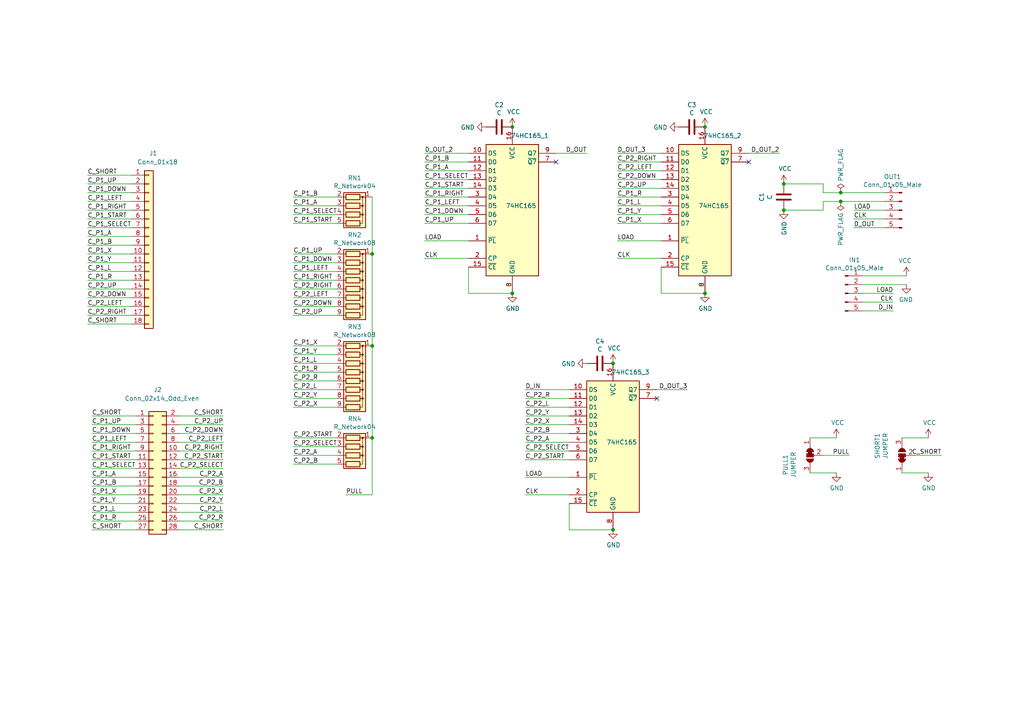
<source format=kicad_sch>
(kicad_sch (version 20211123) (generator eeschema)

  (uuid c01d25cd-f4bb-4ef3-b5ea-533a2a4ddb2b)

  (paper "A4")

  (title_block
    (title "Joystick Input Board (2P)")
    (rev "4")
    (company "Amos Home")
  )

  (lib_symbols
    (symbol "74xx:74HC165" (in_bom yes) (on_board yes)
      (property "Reference" "U" (id 0) (at -7.62 19.05 0)
        (effects (font (size 1.27 1.27)))
      )
      (property "Value" "74HC165" (id 1) (at -7.62 -21.59 0)
        (effects (font (size 1.27 1.27)))
      )
      (property "Footprint" "" (id 2) (at 0 0 0)
        (effects (font (size 1.27 1.27)) hide)
      )
      (property "Datasheet" "https://assets.nexperia.com/documents/data-sheet/74HC_HCT165.pdf" (id 3) (at 0 0 0)
        (effects (font (size 1.27 1.27)) hide)
      )
      (property "ki_keywords" "8 bit shift register parallel load cmos" (id 4) (at 0 0 0)
        (effects (font (size 1.27 1.27)) hide)
      )
      (property "ki_description" "Shift Register, 8-bit, Parallel Load" (id 5) (at 0 0 0)
        (effects (font (size 1.27 1.27)) hide)
      )
      (property "ki_fp_filters" "DIP?16* SO*16*3.9x9.9mm*P1.27mm* SSOP*16*5.3x6.2mm*P0.65mm* TSSOP*16*4.4x5mm*P0.65*" (id 6) (at 0 0 0)
        (effects (font (size 1.27 1.27)) hide)
      )
      (symbol "74HC165_1_0"
        (pin input line (at -12.7 -10.16 0) (length 5.08)
          (name "~{PL}" (effects (font (size 1.27 1.27))))
          (number "1" (effects (font (size 1.27 1.27))))
        )
        (pin input line (at -12.7 15.24 0) (length 5.08)
          (name "DS" (effects (font (size 1.27 1.27))))
          (number "10" (effects (font (size 1.27 1.27))))
        )
        (pin input line (at -12.7 12.7 0) (length 5.08)
          (name "D0" (effects (font (size 1.27 1.27))))
          (number "11" (effects (font (size 1.27 1.27))))
        )
        (pin input line (at -12.7 10.16 0) (length 5.08)
          (name "D1" (effects (font (size 1.27 1.27))))
          (number "12" (effects (font (size 1.27 1.27))))
        )
        (pin input line (at -12.7 7.62 0) (length 5.08)
          (name "D2" (effects (font (size 1.27 1.27))))
          (number "13" (effects (font (size 1.27 1.27))))
        )
        (pin input line (at -12.7 5.08 0) (length 5.08)
          (name "D3" (effects (font (size 1.27 1.27))))
          (number "14" (effects (font (size 1.27 1.27))))
        )
        (pin input line (at -12.7 -17.78 0) (length 5.08)
          (name "~{CE}" (effects (font (size 1.27 1.27))))
          (number "15" (effects (font (size 1.27 1.27))))
        )
        (pin power_in line (at 0 22.86 270) (length 5.08)
          (name "VCC" (effects (font (size 1.27 1.27))))
          (number "16" (effects (font (size 1.27 1.27))))
        )
        (pin input line (at -12.7 -15.24 0) (length 5.08)
          (name "CP" (effects (font (size 1.27 1.27))))
          (number "2" (effects (font (size 1.27 1.27))))
        )
        (pin input line (at -12.7 2.54 0) (length 5.08)
          (name "D4" (effects (font (size 1.27 1.27))))
          (number "3" (effects (font (size 1.27 1.27))))
        )
        (pin input line (at -12.7 0 0) (length 5.08)
          (name "D5" (effects (font (size 1.27 1.27))))
          (number "4" (effects (font (size 1.27 1.27))))
        )
        (pin input line (at -12.7 -2.54 0) (length 5.08)
          (name "D6" (effects (font (size 1.27 1.27))))
          (number "5" (effects (font (size 1.27 1.27))))
        )
        (pin input line (at -12.7 -5.08 0) (length 5.08)
          (name "D7" (effects (font (size 1.27 1.27))))
          (number "6" (effects (font (size 1.27 1.27))))
        )
        (pin output line (at 12.7 12.7 180) (length 5.08)
          (name "~{Q7}" (effects (font (size 1.27 1.27))))
          (number "7" (effects (font (size 1.27 1.27))))
        )
        (pin power_in line (at 0 -25.4 90) (length 5.08)
          (name "GND" (effects (font (size 1.27 1.27))))
          (number "8" (effects (font (size 1.27 1.27))))
        )
        (pin output line (at 12.7 15.24 180) (length 5.08)
          (name "Q7" (effects (font (size 1.27 1.27))))
          (number "9" (effects (font (size 1.27 1.27))))
        )
      )
      (symbol "74HC165_1_1"
        (rectangle (start -7.62 17.78) (end 7.62 -20.32)
          (stroke (width 0.254) (type default) (color 0 0 0 0))
          (fill (type background))
        )
      )
    )
    (symbol "Connector:Conn_01x05_Male" (pin_names (offset 1.016) hide) (in_bom yes) (on_board yes)
      (property "Reference" "J" (id 0) (at 0 7.62 0)
        (effects (font (size 1.27 1.27)))
      )
      (property "Value" "Conn_01x05_Male" (id 1) (at 0 -7.62 0)
        (effects (font (size 1.27 1.27)))
      )
      (property "Footprint" "" (id 2) (at 0 0 0)
        (effects (font (size 1.27 1.27)) hide)
      )
      (property "Datasheet" "~" (id 3) (at 0 0 0)
        (effects (font (size 1.27 1.27)) hide)
      )
      (property "ki_keywords" "connector" (id 4) (at 0 0 0)
        (effects (font (size 1.27 1.27)) hide)
      )
      (property "ki_description" "Generic connector, single row, 01x05, script generated (kicad-library-utils/schlib/autogen/connector/)" (id 5) (at 0 0 0)
        (effects (font (size 1.27 1.27)) hide)
      )
      (property "ki_fp_filters" "Connector*:*_1x??_*" (id 6) (at 0 0 0)
        (effects (font (size 1.27 1.27)) hide)
      )
      (symbol "Conn_01x05_Male_1_1"
        (polyline
          (pts
            (xy 1.27 -5.08)
            (xy 0.8636 -5.08)
          )
          (stroke (width 0.1524) (type default) (color 0 0 0 0))
          (fill (type none))
        )
        (polyline
          (pts
            (xy 1.27 -2.54)
            (xy 0.8636 -2.54)
          )
          (stroke (width 0.1524) (type default) (color 0 0 0 0))
          (fill (type none))
        )
        (polyline
          (pts
            (xy 1.27 0)
            (xy 0.8636 0)
          )
          (stroke (width 0.1524) (type default) (color 0 0 0 0))
          (fill (type none))
        )
        (polyline
          (pts
            (xy 1.27 2.54)
            (xy 0.8636 2.54)
          )
          (stroke (width 0.1524) (type default) (color 0 0 0 0))
          (fill (type none))
        )
        (polyline
          (pts
            (xy 1.27 5.08)
            (xy 0.8636 5.08)
          )
          (stroke (width 0.1524) (type default) (color 0 0 0 0))
          (fill (type none))
        )
        (rectangle (start 0.8636 -4.953) (end 0 -5.207)
          (stroke (width 0.1524) (type default) (color 0 0 0 0))
          (fill (type outline))
        )
        (rectangle (start 0.8636 -2.413) (end 0 -2.667)
          (stroke (width 0.1524) (type default) (color 0 0 0 0))
          (fill (type outline))
        )
        (rectangle (start 0.8636 0.127) (end 0 -0.127)
          (stroke (width 0.1524) (type default) (color 0 0 0 0))
          (fill (type outline))
        )
        (rectangle (start 0.8636 2.667) (end 0 2.413)
          (stroke (width 0.1524) (type default) (color 0 0 0 0))
          (fill (type outline))
        )
        (rectangle (start 0.8636 5.207) (end 0 4.953)
          (stroke (width 0.1524) (type default) (color 0 0 0 0))
          (fill (type outline))
        )
        (pin passive line (at 5.08 5.08 180) (length 3.81)
          (name "Pin_1" (effects (font (size 1.27 1.27))))
          (number "1" (effects (font (size 1.27 1.27))))
        )
        (pin passive line (at 5.08 2.54 180) (length 3.81)
          (name "Pin_2" (effects (font (size 1.27 1.27))))
          (number "2" (effects (font (size 1.27 1.27))))
        )
        (pin passive line (at 5.08 0 180) (length 3.81)
          (name "Pin_3" (effects (font (size 1.27 1.27))))
          (number "3" (effects (font (size 1.27 1.27))))
        )
        (pin passive line (at 5.08 -2.54 180) (length 3.81)
          (name "Pin_4" (effects (font (size 1.27 1.27))))
          (number "4" (effects (font (size 1.27 1.27))))
        )
        (pin passive line (at 5.08 -5.08 180) (length 3.81)
          (name "Pin_5" (effects (font (size 1.27 1.27))))
          (number "5" (effects (font (size 1.27 1.27))))
        )
      )
    )
    (symbol "Connector_Generic:Conn_01x18" (pin_names (offset 1.016) hide) (in_bom yes) (on_board yes)
      (property "Reference" "J" (id 0) (at 0 22.86 0)
        (effects (font (size 1.27 1.27)))
      )
      (property "Value" "Conn_01x18" (id 1) (at 0 -25.4 0)
        (effects (font (size 1.27 1.27)))
      )
      (property "Footprint" "" (id 2) (at 0 0 0)
        (effects (font (size 1.27 1.27)) hide)
      )
      (property "Datasheet" "~" (id 3) (at 0 0 0)
        (effects (font (size 1.27 1.27)) hide)
      )
      (property "ki_keywords" "connector" (id 4) (at 0 0 0)
        (effects (font (size 1.27 1.27)) hide)
      )
      (property "ki_description" "Generic connector, single row, 01x18, script generated (kicad-library-utils/schlib/autogen/connector/)" (id 5) (at 0 0 0)
        (effects (font (size 1.27 1.27)) hide)
      )
      (property "ki_fp_filters" "Connector*:*_1x??_*" (id 6) (at 0 0 0)
        (effects (font (size 1.27 1.27)) hide)
      )
      (symbol "Conn_01x18_1_1"
        (rectangle (start -1.27 -22.733) (end 0 -22.987)
          (stroke (width 0.1524) (type default) (color 0 0 0 0))
          (fill (type none))
        )
        (rectangle (start -1.27 -20.193) (end 0 -20.447)
          (stroke (width 0.1524) (type default) (color 0 0 0 0))
          (fill (type none))
        )
        (rectangle (start -1.27 -17.653) (end 0 -17.907)
          (stroke (width 0.1524) (type default) (color 0 0 0 0))
          (fill (type none))
        )
        (rectangle (start -1.27 -15.113) (end 0 -15.367)
          (stroke (width 0.1524) (type default) (color 0 0 0 0))
          (fill (type none))
        )
        (rectangle (start -1.27 -12.573) (end 0 -12.827)
          (stroke (width 0.1524) (type default) (color 0 0 0 0))
          (fill (type none))
        )
        (rectangle (start -1.27 -10.033) (end 0 -10.287)
          (stroke (width 0.1524) (type default) (color 0 0 0 0))
          (fill (type none))
        )
        (rectangle (start -1.27 -7.493) (end 0 -7.747)
          (stroke (width 0.1524) (type default) (color 0 0 0 0))
          (fill (type none))
        )
        (rectangle (start -1.27 -4.953) (end 0 -5.207)
          (stroke (width 0.1524) (type default) (color 0 0 0 0))
          (fill (type none))
        )
        (rectangle (start -1.27 -2.413) (end 0 -2.667)
          (stroke (width 0.1524) (type default) (color 0 0 0 0))
          (fill (type none))
        )
        (rectangle (start -1.27 0.127) (end 0 -0.127)
          (stroke (width 0.1524) (type default) (color 0 0 0 0))
          (fill (type none))
        )
        (rectangle (start -1.27 2.667) (end 0 2.413)
          (stroke (width 0.1524) (type default) (color 0 0 0 0))
          (fill (type none))
        )
        (rectangle (start -1.27 5.207) (end 0 4.953)
          (stroke (width 0.1524) (type default) (color 0 0 0 0))
          (fill (type none))
        )
        (rectangle (start -1.27 7.747) (end 0 7.493)
          (stroke (width 0.1524) (type default) (color 0 0 0 0))
          (fill (type none))
        )
        (rectangle (start -1.27 10.287) (end 0 10.033)
          (stroke (width 0.1524) (type default) (color 0 0 0 0))
          (fill (type none))
        )
        (rectangle (start -1.27 12.827) (end 0 12.573)
          (stroke (width 0.1524) (type default) (color 0 0 0 0))
          (fill (type none))
        )
        (rectangle (start -1.27 15.367) (end 0 15.113)
          (stroke (width 0.1524) (type default) (color 0 0 0 0))
          (fill (type none))
        )
        (rectangle (start -1.27 17.907) (end 0 17.653)
          (stroke (width 0.1524) (type default) (color 0 0 0 0))
          (fill (type none))
        )
        (rectangle (start -1.27 20.447) (end 0 20.193)
          (stroke (width 0.1524) (type default) (color 0 0 0 0))
          (fill (type none))
        )
        (rectangle (start -1.27 21.59) (end 1.27 -24.13)
          (stroke (width 0.254) (type default) (color 0 0 0 0))
          (fill (type background))
        )
        (pin passive line (at -5.08 20.32 0) (length 3.81)
          (name "Pin_1" (effects (font (size 1.27 1.27))))
          (number "1" (effects (font (size 1.27 1.27))))
        )
        (pin passive line (at -5.08 -2.54 0) (length 3.81)
          (name "Pin_10" (effects (font (size 1.27 1.27))))
          (number "10" (effects (font (size 1.27 1.27))))
        )
        (pin passive line (at -5.08 -5.08 0) (length 3.81)
          (name "Pin_11" (effects (font (size 1.27 1.27))))
          (number "11" (effects (font (size 1.27 1.27))))
        )
        (pin passive line (at -5.08 -7.62 0) (length 3.81)
          (name "Pin_12" (effects (font (size 1.27 1.27))))
          (number "12" (effects (font (size 1.27 1.27))))
        )
        (pin passive line (at -5.08 -10.16 0) (length 3.81)
          (name "Pin_13" (effects (font (size 1.27 1.27))))
          (number "13" (effects (font (size 1.27 1.27))))
        )
        (pin passive line (at -5.08 -12.7 0) (length 3.81)
          (name "Pin_14" (effects (font (size 1.27 1.27))))
          (number "14" (effects (font (size 1.27 1.27))))
        )
        (pin passive line (at -5.08 -15.24 0) (length 3.81)
          (name "Pin_15" (effects (font (size 1.27 1.27))))
          (number "15" (effects (font (size 1.27 1.27))))
        )
        (pin passive line (at -5.08 -17.78 0) (length 3.81)
          (name "Pin_16" (effects (font (size 1.27 1.27))))
          (number "16" (effects (font (size 1.27 1.27))))
        )
        (pin passive line (at -5.08 -20.32 0) (length 3.81)
          (name "Pin_17" (effects (font (size 1.27 1.27))))
          (number "17" (effects (font (size 1.27 1.27))))
        )
        (pin passive line (at -5.08 -22.86 0) (length 3.81)
          (name "Pin_18" (effects (font (size 1.27 1.27))))
          (number "18" (effects (font (size 1.27 1.27))))
        )
        (pin passive line (at -5.08 17.78 0) (length 3.81)
          (name "Pin_2" (effects (font (size 1.27 1.27))))
          (number "2" (effects (font (size 1.27 1.27))))
        )
        (pin passive line (at -5.08 15.24 0) (length 3.81)
          (name "Pin_3" (effects (font (size 1.27 1.27))))
          (number "3" (effects (font (size 1.27 1.27))))
        )
        (pin passive line (at -5.08 12.7 0) (length 3.81)
          (name "Pin_4" (effects (font (size 1.27 1.27))))
          (number "4" (effects (font (size 1.27 1.27))))
        )
        (pin passive line (at -5.08 10.16 0) (length 3.81)
          (name "Pin_5" (effects (font (size 1.27 1.27))))
          (number "5" (effects (font (size 1.27 1.27))))
        )
        (pin passive line (at -5.08 7.62 0) (length 3.81)
          (name "Pin_6" (effects (font (size 1.27 1.27))))
          (number "6" (effects (font (size 1.27 1.27))))
        )
        (pin passive line (at -5.08 5.08 0) (length 3.81)
          (name "Pin_7" (effects (font (size 1.27 1.27))))
          (number "7" (effects (font (size 1.27 1.27))))
        )
        (pin passive line (at -5.08 2.54 0) (length 3.81)
          (name "Pin_8" (effects (font (size 1.27 1.27))))
          (number "8" (effects (font (size 1.27 1.27))))
        )
        (pin passive line (at -5.08 0 0) (length 3.81)
          (name "Pin_9" (effects (font (size 1.27 1.27))))
          (number "9" (effects (font (size 1.27 1.27))))
        )
      )
    )
    (symbol "Connector_Generic:Conn_02x14_Odd_Even" (pin_names (offset 1.016) hide) (in_bom yes) (on_board yes)
      (property "Reference" "J" (id 0) (at 1.27 17.78 0)
        (effects (font (size 1.27 1.27)))
      )
      (property "Value" "Conn_02x14_Odd_Even" (id 1) (at 1.27 -20.32 0)
        (effects (font (size 1.27 1.27)))
      )
      (property "Footprint" "" (id 2) (at 0 0 0)
        (effects (font (size 1.27 1.27)) hide)
      )
      (property "Datasheet" "~" (id 3) (at 0 0 0)
        (effects (font (size 1.27 1.27)) hide)
      )
      (property "ki_keywords" "connector" (id 4) (at 0 0 0)
        (effects (font (size 1.27 1.27)) hide)
      )
      (property "ki_description" "Generic connector, double row, 02x14, odd/even pin numbering scheme (row 1 odd numbers, row 2 even numbers), script generated (kicad-library-utils/schlib/autogen/connector/)" (id 5) (at 0 0 0)
        (effects (font (size 1.27 1.27)) hide)
      )
      (property "ki_fp_filters" "Connector*:*_2x??_*" (id 6) (at 0 0 0)
        (effects (font (size 1.27 1.27)) hide)
      )
      (symbol "Conn_02x14_Odd_Even_1_1"
        (rectangle (start -1.27 -17.653) (end 0 -17.907)
          (stroke (width 0.1524) (type default) (color 0 0 0 0))
          (fill (type none))
        )
        (rectangle (start -1.27 -15.113) (end 0 -15.367)
          (stroke (width 0.1524) (type default) (color 0 0 0 0))
          (fill (type none))
        )
        (rectangle (start -1.27 -12.573) (end 0 -12.827)
          (stroke (width 0.1524) (type default) (color 0 0 0 0))
          (fill (type none))
        )
        (rectangle (start -1.27 -10.033) (end 0 -10.287)
          (stroke (width 0.1524) (type default) (color 0 0 0 0))
          (fill (type none))
        )
        (rectangle (start -1.27 -7.493) (end 0 -7.747)
          (stroke (width 0.1524) (type default) (color 0 0 0 0))
          (fill (type none))
        )
        (rectangle (start -1.27 -4.953) (end 0 -5.207)
          (stroke (width 0.1524) (type default) (color 0 0 0 0))
          (fill (type none))
        )
        (rectangle (start -1.27 -2.413) (end 0 -2.667)
          (stroke (width 0.1524) (type default) (color 0 0 0 0))
          (fill (type none))
        )
        (rectangle (start -1.27 0.127) (end 0 -0.127)
          (stroke (width 0.1524) (type default) (color 0 0 0 0))
          (fill (type none))
        )
        (rectangle (start -1.27 2.667) (end 0 2.413)
          (stroke (width 0.1524) (type default) (color 0 0 0 0))
          (fill (type none))
        )
        (rectangle (start -1.27 5.207) (end 0 4.953)
          (stroke (width 0.1524) (type default) (color 0 0 0 0))
          (fill (type none))
        )
        (rectangle (start -1.27 7.747) (end 0 7.493)
          (stroke (width 0.1524) (type default) (color 0 0 0 0))
          (fill (type none))
        )
        (rectangle (start -1.27 10.287) (end 0 10.033)
          (stroke (width 0.1524) (type default) (color 0 0 0 0))
          (fill (type none))
        )
        (rectangle (start -1.27 12.827) (end 0 12.573)
          (stroke (width 0.1524) (type default) (color 0 0 0 0))
          (fill (type none))
        )
        (rectangle (start -1.27 15.367) (end 0 15.113)
          (stroke (width 0.1524) (type default) (color 0 0 0 0))
          (fill (type none))
        )
        (rectangle (start -1.27 16.51) (end 3.81 -19.05)
          (stroke (width 0.254) (type default) (color 0 0 0 0))
          (fill (type background))
        )
        (rectangle (start 3.81 -17.653) (end 2.54 -17.907)
          (stroke (width 0.1524) (type default) (color 0 0 0 0))
          (fill (type none))
        )
        (rectangle (start 3.81 -15.113) (end 2.54 -15.367)
          (stroke (width 0.1524) (type default) (color 0 0 0 0))
          (fill (type none))
        )
        (rectangle (start 3.81 -12.573) (end 2.54 -12.827)
          (stroke (width 0.1524) (type default) (color 0 0 0 0))
          (fill (type none))
        )
        (rectangle (start 3.81 -10.033) (end 2.54 -10.287)
          (stroke (width 0.1524) (type default) (color 0 0 0 0))
          (fill (type none))
        )
        (rectangle (start 3.81 -7.493) (end 2.54 -7.747)
          (stroke (width 0.1524) (type default) (color 0 0 0 0))
          (fill (type none))
        )
        (rectangle (start 3.81 -4.953) (end 2.54 -5.207)
          (stroke (width 0.1524) (type default) (color 0 0 0 0))
          (fill (type none))
        )
        (rectangle (start 3.81 -2.413) (end 2.54 -2.667)
          (stroke (width 0.1524) (type default) (color 0 0 0 0))
          (fill (type none))
        )
        (rectangle (start 3.81 0.127) (end 2.54 -0.127)
          (stroke (width 0.1524) (type default) (color 0 0 0 0))
          (fill (type none))
        )
        (rectangle (start 3.81 2.667) (end 2.54 2.413)
          (stroke (width 0.1524) (type default) (color 0 0 0 0))
          (fill (type none))
        )
        (rectangle (start 3.81 5.207) (end 2.54 4.953)
          (stroke (width 0.1524) (type default) (color 0 0 0 0))
          (fill (type none))
        )
        (rectangle (start 3.81 7.747) (end 2.54 7.493)
          (stroke (width 0.1524) (type default) (color 0 0 0 0))
          (fill (type none))
        )
        (rectangle (start 3.81 10.287) (end 2.54 10.033)
          (stroke (width 0.1524) (type default) (color 0 0 0 0))
          (fill (type none))
        )
        (rectangle (start 3.81 12.827) (end 2.54 12.573)
          (stroke (width 0.1524) (type default) (color 0 0 0 0))
          (fill (type none))
        )
        (rectangle (start 3.81 15.367) (end 2.54 15.113)
          (stroke (width 0.1524) (type default) (color 0 0 0 0))
          (fill (type none))
        )
        (pin passive line (at -5.08 15.24 0) (length 3.81)
          (name "Pin_1" (effects (font (size 1.27 1.27))))
          (number "1" (effects (font (size 1.27 1.27))))
        )
        (pin passive line (at 7.62 5.08 180) (length 3.81)
          (name "Pin_10" (effects (font (size 1.27 1.27))))
          (number "10" (effects (font (size 1.27 1.27))))
        )
        (pin passive line (at -5.08 2.54 0) (length 3.81)
          (name "Pin_11" (effects (font (size 1.27 1.27))))
          (number "11" (effects (font (size 1.27 1.27))))
        )
        (pin passive line (at 7.62 2.54 180) (length 3.81)
          (name "Pin_12" (effects (font (size 1.27 1.27))))
          (number "12" (effects (font (size 1.27 1.27))))
        )
        (pin passive line (at -5.08 0 0) (length 3.81)
          (name "Pin_13" (effects (font (size 1.27 1.27))))
          (number "13" (effects (font (size 1.27 1.27))))
        )
        (pin passive line (at 7.62 0 180) (length 3.81)
          (name "Pin_14" (effects (font (size 1.27 1.27))))
          (number "14" (effects (font (size 1.27 1.27))))
        )
        (pin passive line (at -5.08 -2.54 0) (length 3.81)
          (name "Pin_15" (effects (font (size 1.27 1.27))))
          (number "15" (effects (font (size 1.27 1.27))))
        )
        (pin passive line (at 7.62 -2.54 180) (length 3.81)
          (name "Pin_16" (effects (font (size 1.27 1.27))))
          (number "16" (effects (font (size 1.27 1.27))))
        )
        (pin passive line (at -5.08 -5.08 0) (length 3.81)
          (name "Pin_17" (effects (font (size 1.27 1.27))))
          (number "17" (effects (font (size 1.27 1.27))))
        )
        (pin passive line (at 7.62 -5.08 180) (length 3.81)
          (name "Pin_18" (effects (font (size 1.27 1.27))))
          (number "18" (effects (font (size 1.27 1.27))))
        )
        (pin passive line (at -5.08 -7.62 0) (length 3.81)
          (name "Pin_19" (effects (font (size 1.27 1.27))))
          (number "19" (effects (font (size 1.27 1.27))))
        )
        (pin passive line (at 7.62 15.24 180) (length 3.81)
          (name "Pin_2" (effects (font (size 1.27 1.27))))
          (number "2" (effects (font (size 1.27 1.27))))
        )
        (pin passive line (at 7.62 -7.62 180) (length 3.81)
          (name "Pin_20" (effects (font (size 1.27 1.27))))
          (number "20" (effects (font (size 1.27 1.27))))
        )
        (pin passive line (at -5.08 -10.16 0) (length 3.81)
          (name "Pin_21" (effects (font (size 1.27 1.27))))
          (number "21" (effects (font (size 1.27 1.27))))
        )
        (pin passive line (at 7.62 -10.16 180) (length 3.81)
          (name "Pin_22" (effects (font (size 1.27 1.27))))
          (number "22" (effects (font (size 1.27 1.27))))
        )
        (pin passive line (at -5.08 -12.7 0) (length 3.81)
          (name "Pin_23" (effects (font (size 1.27 1.27))))
          (number "23" (effects (font (size 1.27 1.27))))
        )
        (pin passive line (at 7.62 -12.7 180) (length 3.81)
          (name "Pin_24" (effects (font (size 1.27 1.27))))
          (number "24" (effects (font (size 1.27 1.27))))
        )
        (pin passive line (at -5.08 -15.24 0) (length 3.81)
          (name "Pin_25" (effects (font (size 1.27 1.27))))
          (number "25" (effects (font (size 1.27 1.27))))
        )
        (pin passive line (at 7.62 -15.24 180) (length 3.81)
          (name "Pin_26" (effects (font (size 1.27 1.27))))
          (number "26" (effects (font (size 1.27 1.27))))
        )
        (pin passive line (at -5.08 -17.78 0) (length 3.81)
          (name "Pin_27" (effects (font (size 1.27 1.27))))
          (number "27" (effects (font (size 1.27 1.27))))
        )
        (pin passive line (at 7.62 -17.78 180) (length 3.81)
          (name "Pin_28" (effects (font (size 1.27 1.27))))
          (number "28" (effects (font (size 1.27 1.27))))
        )
        (pin passive line (at -5.08 12.7 0) (length 3.81)
          (name "Pin_3" (effects (font (size 1.27 1.27))))
          (number "3" (effects (font (size 1.27 1.27))))
        )
        (pin passive line (at 7.62 12.7 180) (length 3.81)
          (name "Pin_4" (effects (font (size 1.27 1.27))))
          (number "4" (effects (font (size 1.27 1.27))))
        )
        (pin passive line (at -5.08 10.16 0) (length 3.81)
          (name "Pin_5" (effects (font (size 1.27 1.27))))
          (number "5" (effects (font (size 1.27 1.27))))
        )
        (pin passive line (at 7.62 10.16 180) (length 3.81)
          (name "Pin_6" (effects (font (size 1.27 1.27))))
          (number "6" (effects (font (size 1.27 1.27))))
        )
        (pin passive line (at -5.08 7.62 0) (length 3.81)
          (name "Pin_7" (effects (font (size 1.27 1.27))))
          (number "7" (effects (font (size 1.27 1.27))))
        )
        (pin passive line (at 7.62 7.62 180) (length 3.81)
          (name "Pin_8" (effects (font (size 1.27 1.27))))
          (number "8" (effects (font (size 1.27 1.27))))
        )
        (pin passive line (at -5.08 5.08 0) (length 3.81)
          (name "Pin_9" (effects (font (size 1.27 1.27))))
          (number "9" (effects (font (size 1.27 1.27))))
        )
      )
    )
    (symbol "Device:C" (pin_numbers hide) (pin_names (offset 0.254)) (in_bom yes) (on_board yes)
      (property "Reference" "C" (id 0) (at 0.635 2.54 0)
        (effects (font (size 1.27 1.27)) (justify left))
      )
      (property "Value" "C" (id 1) (at 0.635 -2.54 0)
        (effects (font (size 1.27 1.27)) (justify left))
      )
      (property "Footprint" "" (id 2) (at 0.9652 -3.81 0)
        (effects (font (size 1.27 1.27)) hide)
      )
      (property "Datasheet" "~" (id 3) (at 0 0 0)
        (effects (font (size 1.27 1.27)) hide)
      )
      (property "ki_keywords" "cap capacitor" (id 4) (at 0 0 0)
        (effects (font (size 1.27 1.27)) hide)
      )
      (property "ki_description" "Unpolarized capacitor" (id 5) (at 0 0 0)
        (effects (font (size 1.27 1.27)) hide)
      )
      (property "ki_fp_filters" "C_*" (id 6) (at 0 0 0)
        (effects (font (size 1.27 1.27)) hide)
      )
      (symbol "C_0_1"
        (polyline
          (pts
            (xy -2.032 -0.762)
            (xy 2.032 -0.762)
          )
          (stroke (width 0.508) (type default) (color 0 0 0 0))
          (fill (type none))
        )
        (polyline
          (pts
            (xy -2.032 0.762)
            (xy 2.032 0.762)
          )
          (stroke (width 0.508) (type default) (color 0 0 0 0))
          (fill (type none))
        )
      )
      (symbol "C_1_1"
        (pin passive line (at 0 3.81 270) (length 2.794)
          (name "~" (effects (font (size 1.27 1.27))))
          (number "1" (effects (font (size 1.27 1.27))))
        )
        (pin passive line (at 0 -3.81 90) (length 2.794)
          (name "~" (effects (font (size 1.27 1.27))))
          (number "2" (effects (font (size 1.27 1.27))))
        )
      )
    )
    (symbol "Device:R_Network04" (pin_names (offset 0) hide) (in_bom yes) (on_board yes)
      (property "Reference" "RN" (id 0) (at -7.62 0 90)
        (effects (font (size 1.27 1.27)))
      )
      (property "Value" "R_Network04" (id 1) (at 5.08 0 90)
        (effects (font (size 1.27 1.27)))
      )
      (property "Footprint" "Resistor_THT:R_Array_SIP5" (id 2) (at 6.985 0 90)
        (effects (font (size 1.27 1.27)) hide)
      )
      (property "Datasheet" "http://www.vishay.com/docs/31509/csc.pdf" (id 3) (at 0 0 0)
        (effects (font (size 1.27 1.27)) hide)
      )
      (property "ki_keywords" "R network star-topology" (id 4) (at 0 0 0)
        (effects (font (size 1.27 1.27)) hide)
      )
      (property "ki_description" "4 resistor network, star topology, bussed resistors, small symbol" (id 5) (at 0 0 0)
        (effects (font (size 1.27 1.27)) hide)
      )
      (property "ki_fp_filters" "R?Array?SIP*" (id 6) (at 0 0 0)
        (effects (font (size 1.27 1.27)) hide)
      )
      (symbol "R_Network04_0_1"
        (rectangle (start -6.35 -3.175) (end 3.81 3.175)
          (stroke (width 0.254) (type default) (color 0 0 0 0))
          (fill (type background))
        )
        (rectangle (start -5.842 1.524) (end -4.318 -2.54)
          (stroke (width 0.254) (type default) (color 0 0 0 0))
          (fill (type none))
        )
        (circle (center -5.08 2.286) (radius 0.254)
          (stroke (width 0) (type default) (color 0 0 0 0))
          (fill (type outline))
        )
        (rectangle (start -3.302 1.524) (end -1.778 -2.54)
          (stroke (width 0.254) (type default) (color 0 0 0 0))
          (fill (type none))
        )
        (circle (center -2.54 2.286) (radius 0.254)
          (stroke (width 0) (type default) (color 0 0 0 0))
          (fill (type outline))
        )
        (rectangle (start -0.762 1.524) (end 0.762 -2.54)
          (stroke (width 0.254) (type default) (color 0 0 0 0))
          (fill (type none))
        )
        (polyline
          (pts
            (xy -5.08 -2.54)
            (xy -5.08 -3.81)
          )
          (stroke (width 0) (type default) (color 0 0 0 0))
          (fill (type none))
        )
        (polyline
          (pts
            (xy -2.54 -2.54)
            (xy -2.54 -3.81)
          )
          (stroke (width 0) (type default) (color 0 0 0 0))
          (fill (type none))
        )
        (polyline
          (pts
            (xy 0 -2.54)
            (xy 0 -3.81)
          )
          (stroke (width 0) (type default) (color 0 0 0 0))
          (fill (type none))
        )
        (polyline
          (pts
            (xy 2.54 -2.54)
            (xy 2.54 -3.81)
          )
          (stroke (width 0) (type default) (color 0 0 0 0))
          (fill (type none))
        )
        (polyline
          (pts
            (xy -5.08 1.524)
            (xy -5.08 2.286)
            (xy -2.54 2.286)
            (xy -2.54 1.524)
          )
          (stroke (width 0) (type default) (color 0 0 0 0))
          (fill (type none))
        )
        (polyline
          (pts
            (xy -2.54 1.524)
            (xy -2.54 2.286)
            (xy 0 2.286)
            (xy 0 1.524)
          )
          (stroke (width 0) (type default) (color 0 0 0 0))
          (fill (type none))
        )
        (polyline
          (pts
            (xy 0 1.524)
            (xy 0 2.286)
            (xy 2.54 2.286)
            (xy 2.54 1.524)
          )
          (stroke (width 0) (type default) (color 0 0 0 0))
          (fill (type none))
        )
        (circle (center 0 2.286) (radius 0.254)
          (stroke (width 0) (type default) (color 0 0 0 0))
          (fill (type outline))
        )
        (rectangle (start 1.778 1.524) (end 3.302 -2.54)
          (stroke (width 0.254) (type default) (color 0 0 0 0))
          (fill (type none))
        )
      )
      (symbol "R_Network04_1_1"
        (pin passive line (at -5.08 5.08 270) (length 2.54)
          (name "common" (effects (font (size 1.27 1.27))))
          (number "1" (effects (font (size 1.27 1.27))))
        )
        (pin passive line (at -5.08 -5.08 90) (length 1.27)
          (name "R1" (effects (font (size 1.27 1.27))))
          (number "2" (effects (font (size 1.27 1.27))))
        )
        (pin passive line (at -2.54 -5.08 90) (length 1.27)
          (name "R2" (effects (font (size 1.27 1.27))))
          (number "3" (effects (font (size 1.27 1.27))))
        )
        (pin passive line (at 0 -5.08 90) (length 1.27)
          (name "R3" (effects (font (size 1.27 1.27))))
          (number "4" (effects (font (size 1.27 1.27))))
        )
        (pin passive line (at 2.54 -5.08 90) (length 1.27)
          (name "R4" (effects (font (size 1.27 1.27))))
          (number "5" (effects (font (size 1.27 1.27))))
        )
      )
    )
    (symbol "Device:R_Network08" (pin_names (offset 0) hide) (in_bom yes) (on_board yes)
      (property "Reference" "RN" (id 0) (at -12.7 0 90)
        (effects (font (size 1.27 1.27)))
      )
      (property "Value" "R_Network08" (id 1) (at 10.16 0 90)
        (effects (font (size 1.27 1.27)))
      )
      (property "Footprint" "Resistor_THT:R_Array_SIP9" (id 2) (at 12.065 0 90)
        (effects (font (size 1.27 1.27)) hide)
      )
      (property "Datasheet" "http://www.vishay.com/docs/31509/csc.pdf" (id 3) (at 0 0 0)
        (effects (font (size 1.27 1.27)) hide)
      )
      (property "ki_keywords" "R network star-topology" (id 4) (at 0 0 0)
        (effects (font (size 1.27 1.27)) hide)
      )
      (property "ki_description" "8 resistor network, star topology, bussed resistors, small symbol" (id 5) (at 0 0 0)
        (effects (font (size 1.27 1.27)) hide)
      )
      (property "ki_fp_filters" "R?Array?SIP*" (id 6) (at 0 0 0)
        (effects (font (size 1.27 1.27)) hide)
      )
      (symbol "R_Network08_0_1"
        (rectangle (start -11.43 -3.175) (end 8.89 3.175)
          (stroke (width 0.254) (type default) (color 0 0 0 0))
          (fill (type background))
        )
        (rectangle (start -10.922 1.524) (end -9.398 -2.54)
          (stroke (width 0.254) (type default) (color 0 0 0 0))
          (fill (type none))
        )
        (circle (center -10.16 2.286) (radius 0.254)
          (stroke (width 0) (type default) (color 0 0 0 0))
          (fill (type outline))
        )
        (rectangle (start -8.382 1.524) (end -6.858 -2.54)
          (stroke (width 0.254) (type default) (color 0 0 0 0))
          (fill (type none))
        )
        (circle (center -7.62 2.286) (radius 0.254)
          (stroke (width 0) (type default) (color 0 0 0 0))
          (fill (type outline))
        )
        (rectangle (start -5.842 1.524) (end -4.318 -2.54)
          (stroke (width 0.254) (type default) (color 0 0 0 0))
          (fill (type none))
        )
        (circle (center -5.08 2.286) (radius 0.254)
          (stroke (width 0) (type default) (color 0 0 0 0))
          (fill (type outline))
        )
        (rectangle (start -3.302 1.524) (end -1.778 -2.54)
          (stroke (width 0.254) (type default) (color 0 0 0 0))
          (fill (type none))
        )
        (circle (center -2.54 2.286) (radius 0.254)
          (stroke (width 0) (type default) (color 0 0 0 0))
          (fill (type outline))
        )
        (rectangle (start -0.762 1.524) (end 0.762 -2.54)
          (stroke (width 0.254) (type default) (color 0 0 0 0))
          (fill (type none))
        )
        (polyline
          (pts
            (xy -10.16 -2.54)
            (xy -10.16 -3.81)
          )
          (stroke (width 0) (type default) (color 0 0 0 0))
          (fill (type none))
        )
        (polyline
          (pts
            (xy -7.62 -2.54)
            (xy -7.62 -3.81)
          )
          (stroke (width 0) (type default) (color 0 0 0 0))
          (fill (type none))
        )
        (polyline
          (pts
            (xy -5.08 -2.54)
            (xy -5.08 -3.81)
          )
          (stroke (width 0) (type default) (color 0 0 0 0))
          (fill (type none))
        )
        (polyline
          (pts
            (xy -2.54 -2.54)
            (xy -2.54 -3.81)
          )
          (stroke (width 0) (type default) (color 0 0 0 0))
          (fill (type none))
        )
        (polyline
          (pts
            (xy 0 -2.54)
            (xy 0 -3.81)
          )
          (stroke (width 0) (type default) (color 0 0 0 0))
          (fill (type none))
        )
        (polyline
          (pts
            (xy 2.54 -2.54)
            (xy 2.54 -3.81)
          )
          (stroke (width 0) (type default) (color 0 0 0 0))
          (fill (type none))
        )
        (polyline
          (pts
            (xy 5.08 -2.54)
            (xy 5.08 -3.81)
          )
          (stroke (width 0) (type default) (color 0 0 0 0))
          (fill (type none))
        )
        (polyline
          (pts
            (xy 7.62 -2.54)
            (xy 7.62 -3.81)
          )
          (stroke (width 0) (type default) (color 0 0 0 0))
          (fill (type none))
        )
        (polyline
          (pts
            (xy -10.16 1.524)
            (xy -10.16 2.286)
            (xy -7.62 2.286)
            (xy -7.62 1.524)
          )
          (stroke (width 0) (type default) (color 0 0 0 0))
          (fill (type none))
        )
        (polyline
          (pts
            (xy -7.62 1.524)
            (xy -7.62 2.286)
            (xy -5.08 2.286)
            (xy -5.08 1.524)
          )
          (stroke (width 0) (type default) (color 0 0 0 0))
          (fill (type none))
        )
        (polyline
          (pts
            (xy -5.08 1.524)
            (xy -5.08 2.286)
            (xy -2.54 2.286)
            (xy -2.54 1.524)
          )
          (stroke (width 0) (type default) (color 0 0 0 0))
          (fill (type none))
        )
        (polyline
          (pts
            (xy -2.54 1.524)
            (xy -2.54 2.286)
            (xy 0 2.286)
            (xy 0 1.524)
          )
          (stroke (width 0) (type default) (color 0 0 0 0))
          (fill (type none))
        )
        (polyline
          (pts
            (xy 0 1.524)
            (xy 0 2.286)
            (xy 2.54 2.286)
            (xy 2.54 1.524)
          )
          (stroke (width 0) (type default) (color 0 0 0 0))
          (fill (type none))
        )
        (polyline
          (pts
            (xy 2.54 1.524)
            (xy 2.54 2.286)
            (xy 5.08 2.286)
            (xy 5.08 1.524)
          )
          (stroke (width 0) (type default) (color 0 0 0 0))
          (fill (type none))
        )
        (polyline
          (pts
            (xy 5.08 1.524)
            (xy 5.08 2.286)
            (xy 7.62 2.286)
            (xy 7.62 1.524)
          )
          (stroke (width 0) (type default) (color 0 0 0 0))
          (fill (type none))
        )
        (circle (center 0 2.286) (radius 0.254)
          (stroke (width 0) (type default) (color 0 0 0 0))
          (fill (type outline))
        )
        (rectangle (start 1.778 1.524) (end 3.302 -2.54)
          (stroke (width 0.254) (type default) (color 0 0 0 0))
          (fill (type none))
        )
        (circle (center 2.54 2.286) (radius 0.254)
          (stroke (width 0) (type default) (color 0 0 0 0))
          (fill (type outline))
        )
        (rectangle (start 4.318 1.524) (end 5.842 -2.54)
          (stroke (width 0.254) (type default) (color 0 0 0 0))
          (fill (type none))
        )
        (circle (center 5.08 2.286) (radius 0.254)
          (stroke (width 0) (type default) (color 0 0 0 0))
          (fill (type outline))
        )
        (rectangle (start 6.858 1.524) (end 8.382 -2.54)
          (stroke (width 0.254) (type default) (color 0 0 0 0))
          (fill (type none))
        )
      )
      (symbol "R_Network08_1_1"
        (pin passive line (at -10.16 5.08 270) (length 2.54)
          (name "common" (effects (font (size 1.27 1.27))))
          (number "1" (effects (font (size 1.27 1.27))))
        )
        (pin passive line (at -10.16 -5.08 90) (length 1.27)
          (name "R1" (effects (font (size 1.27 1.27))))
          (number "2" (effects (font (size 1.27 1.27))))
        )
        (pin passive line (at -7.62 -5.08 90) (length 1.27)
          (name "R2" (effects (font (size 1.27 1.27))))
          (number "3" (effects (font (size 1.27 1.27))))
        )
        (pin passive line (at -5.08 -5.08 90) (length 1.27)
          (name "R3" (effects (font (size 1.27 1.27))))
          (number "4" (effects (font (size 1.27 1.27))))
        )
        (pin passive line (at -2.54 -5.08 90) (length 1.27)
          (name "R4" (effects (font (size 1.27 1.27))))
          (number "5" (effects (font (size 1.27 1.27))))
        )
        (pin passive line (at 0 -5.08 90) (length 1.27)
          (name "R5" (effects (font (size 1.27 1.27))))
          (number "6" (effects (font (size 1.27 1.27))))
        )
        (pin passive line (at 2.54 -5.08 90) (length 1.27)
          (name "R6" (effects (font (size 1.27 1.27))))
          (number "7" (effects (font (size 1.27 1.27))))
        )
        (pin passive line (at 5.08 -5.08 90) (length 1.27)
          (name "R7" (effects (font (size 1.27 1.27))))
          (number "8" (effects (font (size 1.27 1.27))))
        )
        (pin passive line (at 7.62 -5.08 90) (length 1.27)
          (name "R8" (effects (font (size 1.27 1.27))))
          (number "9" (effects (font (size 1.27 1.27))))
        )
      )
    )
    (symbol "Jumper:SolderJumper_3_Bridged12" (pin_names (offset 0) hide) (in_bom yes) (on_board yes)
      (property "Reference" "JP" (id 0) (at -2.54 -2.54 0)
        (effects (font (size 1.27 1.27)))
      )
      (property "Value" "SolderJumper_3_Bridged12" (id 1) (at 0 2.794 0)
        (effects (font (size 1.27 1.27)))
      )
      (property "Footprint" "" (id 2) (at 0 0 0)
        (effects (font (size 1.27 1.27)) hide)
      )
      (property "Datasheet" "~" (id 3) (at 0 0 0)
        (effects (font (size 1.27 1.27)) hide)
      )
      (property "ki_keywords" "Solder Jumper SPDT" (id 4) (at 0 0 0)
        (effects (font (size 1.27 1.27)) hide)
      )
      (property "ki_description" "3-pole Solder Jumper, pins 1+2 closed/bridged" (id 5) (at 0 0 0)
        (effects (font (size 1.27 1.27)) hide)
      )
      (property "ki_fp_filters" "SolderJumper*Bridged12*" (id 6) (at 0 0 0)
        (effects (font (size 1.27 1.27)) hide)
      )
      (symbol "SolderJumper_3_Bridged12_0_1"
        (rectangle (start -1.016 0.508) (end -0.508 -0.508)
          (stroke (width 0) (type default) (color 0 0 0 0))
          (fill (type outline))
        )
        (arc (start -1.016 1.016) (mid -2.032 0) (end -1.016 -1.016)
          (stroke (width 0) (type default) (color 0 0 0 0))
          (fill (type none))
        )
        (arc (start -1.016 1.016) (mid -2.032 0) (end -1.016 -1.016)
          (stroke (width 0) (type default) (color 0 0 0 0))
          (fill (type outline))
        )
        (rectangle (start -0.508 1.016) (end 0.508 -1.016)
          (stroke (width 0) (type default) (color 0 0 0 0))
          (fill (type outline))
        )
        (polyline
          (pts
            (xy -2.54 0)
            (xy -2.032 0)
          )
          (stroke (width 0) (type default) (color 0 0 0 0))
          (fill (type none))
        )
        (polyline
          (pts
            (xy -1.016 1.016)
            (xy -1.016 -1.016)
          )
          (stroke (width 0) (type default) (color 0 0 0 0))
          (fill (type none))
        )
        (polyline
          (pts
            (xy 0 -1.27)
            (xy 0 -1.016)
          )
          (stroke (width 0) (type default) (color 0 0 0 0))
          (fill (type none))
        )
        (polyline
          (pts
            (xy 1.016 1.016)
            (xy 1.016 -1.016)
          )
          (stroke (width 0) (type default) (color 0 0 0 0))
          (fill (type none))
        )
        (polyline
          (pts
            (xy 2.54 0)
            (xy 2.032 0)
          )
          (stroke (width 0) (type default) (color 0 0 0 0))
          (fill (type none))
        )
        (arc (start 1.016 -1.016) (mid 2.032 0) (end 1.016 1.016)
          (stroke (width 0) (type default) (color 0 0 0 0))
          (fill (type none))
        )
        (arc (start 1.016 -1.016) (mid 2.032 0) (end 1.016 1.016)
          (stroke (width 0) (type default) (color 0 0 0 0))
          (fill (type outline))
        )
      )
      (symbol "SolderJumper_3_Bridged12_1_1"
        (pin passive line (at -5.08 0 0) (length 2.54)
          (name "A" (effects (font (size 1.27 1.27))))
          (number "1" (effects (font (size 1.27 1.27))))
        )
        (pin passive line (at 0 -3.81 90) (length 2.54)
          (name "C" (effects (font (size 1.27 1.27))))
          (number "2" (effects (font (size 1.27 1.27))))
        )
        (pin passive line (at 5.08 0 180) (length 2.54)
          (name "B" (effects (font (size 1.27 1.27))))
          (number "3" (effects (font (size 1.27 1.27))))
        )
      )
    )
    (symbol "power:GND" (power) (pin_names (offset 0)) (in_bom yes) (on_board yes)
      (property "Reference" "#PWR" (id 0) (at 0 -6.35 0)
        (effects (font (size 1.27 1.27)) hide)
      )
      (property "Value" "GND" (id 1) (at 0 -3.81 0)
        (effects (font (size 1.27 1.27)))
      )
      (property "Footprint" "" (id 2) (at 0 0 0)
        (effects (font (size 1.27 1.27)) hide)
      )
      (property "Datasheet" "" (id 3) (at 0 0 0)
        (effects (font (size 1.27 1.27)) hide)
      )
      (property "ki_keywords" "power-flag" (id 4) (at 0 0 0)
        (effects (font (size 1.27 1.27)) hide)
      )
      (property "ki_description" "Power symbol creates a global label with name \"GND\" , ground" (id 5) (at 0 0 0)
        (effects (font (size 1.27 1.27)) hide)
      )
      (symbol "GND_0_1"
        (polyline
          (pts
            (xy 0 0)
            (xy 0 -1.27)
            (xy 1.27 -1.27)
            (xy 0 -2.54)
            (xy -1.27 -1.27)
            (xy 0 -1.27)
          )
          (stroke (width 0) (type default) (color 0 0 0 0))
          (fill (type none))
        )
      )
      (symbol "GND_1_1"
        (pin power_in line (at 0 0 270) (length 0) hide
          (name "GND" (effects (font (size 1.27 1.27))))
          (number "1" (effects (font (size 1.27 1.27))))
        )
      )
    )
    (symbol "power:PWR_FLAG" (power) (pin_numbers hide) (pin_names (offset 0) hide) (in_bom yes) (on_board yes)
      (property "Reference" "#FLG" (id 0) (at 0 1.905 0)
        (effects (font (size 1.27 1.27)) hide)
      )
      (property "Value" "PWR_FLAG" (id 1) (at 0 3.81 0)
        (effects (font (size 1.27 1.27)))
      )
      (property "Footprint" "" (id 2) (at 0 0 0)
        (effects (font (size 1.27 1.27)) hide)
      )
      (property "Datasheet" "~" (id 3) (at 0 0 0)
        (effects (font (size 1.27 1.27)) hide)
      )
      (property "ki_keywords" "power-flag" (id 4) (at 0 0 0)
        (effects (font (size 1.27 1.27)) hide)
      )
      (property "ki_description" "Special symbol for telling ERC where power comes from" (id 5) (at 0 0 0)
        (effects (font (size 1.27 1.27)) hide)
      )
      (symbol "PWR_FLAG_0_0"
        (pin power_out line (at 0 0 90) (length 0)
          (name "pwr" (effects (font (size 1.27 1.27))))
          (number "1" (effects (font (size 1.27 1.27))))
        )
      )
      (symbol "PWR_FLAG_0_1"
        (polyline
          (pts
            (xy 0 0)
            (xy 0 1.27)
            (xy -1.016 1.905)
            (xy 0 2.54)
            (xy 1.016 1.905)
            (xy 0 1.27)
          )
          (stroke (width 0) (type default) (color 0 0 0 0))
          (fill (type none))
        )
      )
    )
    (symbol "power:VCC" (power) (pin_names (offset 0)) (in_bom yes) (on_board yes)
      (property "Reference" "#PWR" (id 0) (at 0 -3.81 0)
        (effects (font (size 1.27 1.27)) hide)
      )
      (property "Value" "VCC" (id 1) (at 0 3.81 0)
        (effects (font (size 1.27 1.27)))
      )
      (property "Footprint" "" (id 2) (at 0 0 0)
        (effects (font (size 1.27 1.27)) hide)
      )
      (property "Datasheet" "" (id 3) (at 0 0 0)
        (effects (font (size 1.27 1.27)) hide)
      )
      (property "ki_keywords" "power-flag" (id 4) (at 0 0 0)
        (effects (font (size 1.27 1.27)) hide)
      )
      (property "ki_description" "Power symbol creates a global label with name \"VCC\"" (id 5) (at 0 0 0)
        (effects (font (size 1.27 1.27)) hide)
      )
      (symbol "VCC_0_1"
        (polyline
          (pts
            (xy -0.762 1.27)
            (xy 0 2.54)
          )
          (stroke (width 0) (type default) (color 0 0 0 0))
          (fill (type none))
        )
        (polyline
          (pts
            (xy 0 0)
            (xy 0 2.54)
          )
          (stroke (width 0) (type default) (color 0 0 0 0))
          (fill (type none))
        )
        (polyline
          (pts
            (xy 0 2.54)
            (xy 0.762 1.27)
          )
          (stroke (width 0) (type default) (color 0 0 0 0))
          (fill (type none))
        )
      )
      (symbol "VCC_1_1"
        (pin power_in line (at 0 0 90) (length 0) hide
          (name "VCC" (effects (font (size 1.27 1.27))))
          (number "1" (effects (font (size 1.27 1.27))))
        )
      )
    )
  )

  (junction (at 177.8 153.67) (diameter 0) (color 0 0 0 0)
    (uuid 262f1ea9-0133-4b43-be36-456207ea857c)
  )
  (junction (at 107.95 73.66) (diameter 0) (color 0 0 0 0)
    (uuid 3c5e5ea9-793d-46e3-86bc-5884c4490dc7)
  )
  (junction (at 107.95 127) (diameter 0) (color 0 0 0 0)
    (uuid 5d9921f1-08b3-4cc9-8cf7-e9a72ca2fdb7)
  )
  (junction (at 243.84 55.88) (diameter 0) (color 0 0 0 0)
    (uuid 61cc5446-6343-451b-8eee-b9ecac42c704)
  )
  (junction (at 227.33 53.34) (diameter 0) (color 0 0 0 0)
    (uuid 66b07441-c4ea-4ebf-9fa8-9422a229b5f9)
  )
  (junction (at 227.33 60.96) (diameter 0) (color 0 0 0 0)
    (uuid 89f50c90-dc48-4f91-b6f2-8f7f2e0ccf9d)
  )
  (junction (at 204.47 36.83) (diameter 0) (color 0 0 0 0)
    (uuid a53767ed-bb28-4f90-abe0-e0ea734812a4)
  )
  (junction (at 204.47 85.09) (diameter 0) (color 0 0 0 0)
    (uuid cb24efdd-07c6-4317-9277-131625b065ac)
  )
  (junction (at 107.95 100.33) (diameter 0) (color 0 0 0 0)
    (uuid dae72997-44fc-4275-b36f-cd70bf46cfba)
  )
  (junction (at 148.59 36.83) (diameter 0) (color 0 0 0 0)
    (uuid dc2801a1-d539-4721-b31f-fe196b9f13df)
  )
  (junction (at 148.59 85.09) (diameter 0) (color 0 0 0 0)
    (uuid e43dbe34-ed17-4e35-a5c7-2f1679b3c415)
  )
  (junction (at 177.8 105.41) (diameter 0) (color 0 0 0 0)
    (uuid e502d1d5-04b0-4d4b-b5c3-8c52d09668e7)
  )
  (junction (at 243.84 58.42) (diameter 0) (color 0 0 0 0)
    (uuid f9fc766a-edf9-41d9-b548-6ef776f69470)
  )

  (no_connect (at 161.29 46.99) (uuid 7cee474b-af8f-4832-b07a-c43c1ab0b464))
  (no_connect (at 217.17 46.99) (uuid 9cb12cc8-7f1a-4a01-9256-c119f11a8a02))
  (no_connect (at 190.5 115.57) (uuid ec5c2062-3a41-4636-8803-069e60a1641a))

  (wire (pts (xy 97.79 115.57) (xy 85.09 115.57))
    (stroke (width 0) (type default) (color 0 0 0 0))
    (uuid 009b5465-0a65-4237-93e7-eb65321eeb18)
  )
  (wire (pts (xy 97.79 91.44) (xy 85.09 91.44))
    (stroke (width 0) (type default) (color 0 0 0 0))
    (uuid 00e38d63-5436-49db-81f5-697421f168fc)
  )
  (wire (pts (xy 97.79 118.11) (xy 85.09 118.11))
    (stroke (width 0) (type default) (color 0 0 0 0))
    (uuid 00f3ea8b-8a54-4e56-84ff-d98f6c00496c)
  )
  (wire (pts (xy 52.07 133.35) (xy 64.77 133.35))
    (stroke (width 0) (type default) (color 0 0 0 0))
    (uuid 03c7f780-fc1b-487a-b30d-567d6c09fdc8)
  )
  (wire (pts (xy 97.79 76.2) (xy 85.09 76.2))
    (stroke (width 0) (type default) (color 0 0 0 0))
    (uuid 0520f61d-4522-4301-a3fa-8ed0bf060f69)
  )
  (wire (pts (xy 123.19 62.23) (xy 135.89 62.23))
    (stroke (width 0) (type default) (color 0 0 0 0))
    (uuid 097edb1b-8998-4e70-b670-bba125982348)
  )
  (wire (pts (xy 179.07 49.53) (xy 191.77 49.53))
    (stroke (width 0) (type default) (color 0 0 0 0))
    (uuid 099096e4-8c2a-4d84-a16f-06b4b6330e7a)
  )
  (wire (pts (xy 52.07 146.05) (xy 64.77 146.05))
    (stroke (width 0) (type default) (color 0 0 0 0))
    (uuid 0ae82096-0994-4fb0-9a2a-d4ac4804abac)
  )
  (wire (pts (xy 38.1 81.28) (xy 25.4 81.28))
    (stroke (width 0) (type default) (color 0 0 0 0))
    (uuid 0bcafe80-ffba-4f1e-ae51-95a595b006db)
  )
  (wire (pts (xy 123.19 49.53) (xy 135.89 49.53))
    (stroke (width 0) (type default) (color 0 0 0 0))
    (uuid 0e1ed1c5-7428-4dc7-b76e-49b2d5f8177d)
  )
  (wire (pts (xy 52.07 143.51) (xy 64.77 143.51))
    (stroke (width 0) (type default) (color 0 0 0 0))
    (uuid 0fdc6f30-77bc-4e9b-8665-c8aa9acf5bf9)
  )
  (wire (pts (xy 26.67 138.43) (xy 39.37 138.43))
    (stroke (width 0) (type default) (color 0 0 0 0))
    (uuid 1199146e-a60b-416a-b503-e77d6d2892f9)
  )
  (wire (pts (xy 97.79 81.28) (xy 85.09 81.28))
    (stroke (width 0) (type default) (color 0 0 0 0))
    (uuid 143ed874-a01f-4ced-ba4e-bbb66ddd1f70)
  )
  (wire (pts (xy 123.19 52.07) (xy 135.89 52.07))
    (stroke (width 0) (type default) (color 0 0 0 0))
    (uuid 14c51520-6d91-4098-a59a-5121f2a898f7)
  )
  (wire (pts (xy 38.1 53.34) (xy 25.4 53.34))
    (stroke (width 0) (type default) (color 0 0 0 0))
    (uuid 155b0b7c-70b4-4a26-a550-bac13cab0aa4)
  )
  (wire (pts (xy 256.54 63.5) (xy 247.65 63.5))
    (stroke (width 0) (type default) (color 0 0 0 0))
    (uuid 15fe8f3d-6077-4e0e-81d0-8ec3f4538981)
  )
  (wire (pts (xy 217.17 44.45) (xy 226.06 44.45))
    (stroke (width 0) (type default) (color 0 0 0 0))
    (uuid 16121028-bdf5-49c0-aae7-e28fe5bfa771)
  )
  (wire (pts (xy 179.07 62.23) (xy 191.77 62.23))
    (stroke (width 0) (type default) (color 0 0 0 0))
    (uuid 1e518c2a-4cb7-4599-a1fa-5b9f847da7d3)
  )
  (wire (pts (xy 234.95 137.16) (xy 242.57 137.16))
    (stroke (width 0) (type default) (color 0 0 0 0))
    (uuid 1e8701fc-ad24-40ea-846a-e3db538d6077)
  )
  (wire (pts (xy 97.79 127) (xy 85.09 127))
    (stroke (width 0) (type default) (color 0 0 0 0))
    (uuid 1fbb0219-551e-409b-a61b-76e8cebdfb9d)
  )
  (wire (pts (xy 262.89 80.01) (xy 250.19 80.01))
    (stroke (width 0) (type default) (color 0 0 0 0))
    (uuid 20c315f4-1e4f-49aa-8d61-778a7389df7e)
  )
  (wire (pts (xy 97.79 113.03) (xy 85.09 113.03))
    (stroke (width 0) (type default) (color 0 0 0 0))
    (uuid 221bef83-3ea7-4d3f-adeb-53a8a07c6273)
  )
  (wire (pts (xy 152.4 115.57) (xy 165.1 115.57))
    (stroke (width 0) (type default) (color 0 0 0 0))
    (uuid 22999e73-da32-43a5-9163-4b3a41614f25)
  )
  (wire (pts (xy 152.4 130.81) (xy 165.1 130.81))
    (stroke (width 0) (type default) (color 0 0 0 0))
    (uuid 240c10af-51b5-420e-a6f4-a2c8f5db1db5)
  )
  (wire (pts (xy 250.19 87.63) (xy 259.08 87.63))
    (stroke (width 0) (type default) (color 0 0 0 0))
    (uuid 27d56953-c620-4d5b-9c1c-e48bc3d9684a)
  )
  (wire (pts (xy 238.76 53.34) (xy 238.76 55.88))
    (stroke (width 0) (type default) (color 0 0 0 0))
    (uuid 2ab8c496-022e-4f00-a178-b94a9b4b1f03)
  )
  (wire (pts (xy 123.19 54.61) (xy 135.89 54.61))
    (stroke (width 0) (type default) (color 0 0 0 0))
    (uuid 2d67a417-188f-4014-9282-000265d80009)
  )
  (wire (pts (xy 152.4 128.27) (xy 165.1 128.27))
    (stroke (width 0) (type default) (color 0 0 0 0))
    (uuid 2d697cf0-e02e-4ed1-a048-a704dab0ee43)
  )
  (wire (pts (xy 179.07 54.61) (xy 191.77 54.61))
    (stroke (width 0) (type default) (color 0 0 0 0))
    (uuid 34a74736-156e-4bf3-9200-cd137cfa59da)
  )
  (wire (pts (xy 38.1 50.8) (xy 25.4 50.8))
    (stroke (width 0) (type default) (color 0 0 0 0))
    (uuid 34d03349-6d78-4165-a683-2d8b76f2bae8)
  )
  (wire (pts (xy 38.1 86.36) (xy 25.4 86.36))
    (stroke (width 0) (type default) (color 0 0 0 0))
    (uuid 37b6c6d6-3e12-4736-912a-ea6e2bf06721)
  )
  (wire (pts (xy 238.76 132.08) (xy 246.38 132.08))
    (stroke (width 0) (type default) (color 0 0 0 0))
    (uuid 37f31dec-63fc-4634-a141-5dc5d2b60fe4)
  )
  (wire (pts (xy 97.79 86.36) (xy 85.09 86.36))
    (stroke (width 0) (type default) (color 0 0 0 0))
    (uuid 38a501e2-0ee8-439d-bd02-e9e90e7503e9)
  )
  (wire (pts (xy 179.07 74.93) (xy 191.77 74.93))
    (stroke (width 0) (type default) (color 0 0 0 0))
    (uuid 3a52f112-cb97-43db-aaeb-20afe27664d7)
  )
  (wire (pts (xy 52.07 120.65) (xy 64.77 120.65))
    (stroke (width 0) (type default) (color 0 0 0 0))
    (uuid 3f43d730-2a73-49fe-9672-32428e7f5b49)
  )
  (wire (pts (xy 152.4 123.19) (xy 165.1 123.19))
    (stroke (width 0) (type default) (color 0 0 0 0))
    (uuid 40b14a16-fb82-4b9d-89dd-55cd98abb5cc)
  )
  (wire (pts (xy 52.07 140.97) (xy 64.77 140.97))
    (stroke (width 0) (type default) (color 0 0 0 0))
    (uuid 4107d40a-e5df-4255-aacc-13f9928e090c)
  )
  (wire (pts (xy 179.07 69.85) (xy 191.77 69.85))
    (stroke (width 0) (type default) (color 0 0 0 0))
    (uuid 41acfe41-fac7-432a-a7a3-946566e2d504)
  )
  (wire (pts (xy 238.76 55.88) (xy 243.84 55.88))
    (stroke (width 0) (type default) (color 0 0 0 0))
    (uuid 438f1cbb-ed22-4ee0-97a6-d6e6b08f8ba7)
  )
  (wire (pts (xy 123.19 59.69) (xy 135.89 59.69))
    (stroke (width 0) (type default) (color 0 0 0 0))
    (uuid 477311b9-8f81-40c8-9c55-fd87e287247a)
  )
  (wire (pts (xy 26.67 128.27) (xy 39.37 128.27))
    (stroke (width 0) (type default) (color 0 0 0 0))
    (uuid 477892a1-722e-4cda-bb6c-fcdb8ba5f93e)
  )
  (wire (pts (xy 26.67 133.35) (xy 39.37 133.35))
    (stroke (width 0) (type default) (color 0 0 0 0))
    (uuid 479331ff-c540-41f4-84e6-b48d65171e59)
  )
  (wire (pts (xy 26.67 125.73) (xy 39.37 125.73))
    (stroke (width 0) (type default) (color 0 0 0 0))
    (uuid 4d586a18-26c5-441e-a9ff-8125ee516126)
  )
  (wire (pts (xy 190.5 113.03) (xy 199.39 113.03))
    (stroke (width 0) (type default) (color 0 0 0 0))
    (uuid 4db55cb8-197b-4402-871f-ce582b65664b)
  )
  (wire (pts (xy 38.1 55.88) (xy 25.4 55.88))
    (stroke (width 0) (type default) (color 0 0 0 0))
    (uuid 4f411f68-04bd-4175-a406-bcaa4cf6601e)
  )
  (wire (pts (xy 152.4 133.35) (xy 165.1 133.35))
    (stroke (width 0) (type default) (color 0 0 0 0))
    (uuid 503dbd88-3e6b-48cc-a2ea-a6e28b52a1f7)
  )
  (wire (pts (xy 97.79 134.62) (xy 85.09 134.62))
    (stroke (width 0) (type default) (color 0 0 0 0))
    (uuid 54212c01-b363-47b8-a145-45c40df316f4)
  )
  (wire (pts (xy 152.4 138.43) (xy 165.1 138.43))
    (stroke (width 0) (type default) (color 0 0 0 0))
    (uuid 592f25e6-a01b-47fd-8172-3da01117d00a)
  )
  (wire (pts (xy 243.84 58.42) (xy 256.54 58.42))
    (stroke (width 0) (type default) (color 0 0 0 0))
    (uuid 5b34a16c-5a14-4291-8242-ea6d6ac54372)
  )
  (wire (pts (xy 191.77 77.47) (xy 191.77 85.09))
    (stroke (width 0) (type default) (color 0 0 0 0))
    (uuid 5bcace5d-edd0-4e19-92d0-835e43cf8eb2)
  )
  (wire (pts (xy 97.79 105.41) (xy 85.09 105.41))
    (stroke (width 0) (type default) (color 0 0 0 0))
    (uuid 61fe4c73-be59-4519-98f1-a634322a841d)
  )
  (wire (pts (xy 123.19 74.93) (xy 135.89 74.93))
    (stroke (width 0) (type default) (color 0 0 0 0))
    (uuid 6284122b-79c3-4e04-925e-3d32cc3ec077)
  )
  (wire (pts (xy 179.07 64.77) (xy 191.77 64.77))
    (stroke (width 0) (type default) (color 0 0 0 0))
    (uuid 644ae9fc-3c8e-4089-866e-a12bf371c3e9)
  )
  (wire (pts (xy 238.76 60.96) (xy 238.76 58.42))
    (stroke (width 0) (type default) (color 0 0 0 0))
    (uuid 64574606-f0a8-4fba-95df-627c7979d6c9)
  )
  (wire (pts (xy 152.4 120.65) (xy 165.1 120.65))
    (stroke (width 0) (type default) (color 0 0 0 0))
    (uuid 658dad07-97fd-466c-8b49-21892ac96ea4)
  )
  (wire (pts (xy 123.19 69.85) (xy 135.89 69.85))
    (stroke (width 0) (type default) (color 0 0 0 0))
    (uuid 67763d19-f622-4e1e-81e5-5b24da7c3f99)
  )
  (wire (pts (xy 97.79 100.33) (xy 85.09 100.33))
    (stroke (width 0) (type default) (color 0 0 0 0))
    (uuid 699feae1-8cdd-4d2b-947f-f24849c73cdb)
  )
  (wire (pts (xy 204.47 85.09) (xy 191.77 85.09))
    (stroke (width 0) (type default) (color 0 0 0 0))
    (uuid 6c2d26bc-6eca-436c-8025-79f817bf57d6)
  )
  (wire (pts (xy 238.76 58.42) (xy 243.84 58.42))
    (stroke (width 0) (type default) (color 0 0 0 0))
    (uuid 6e38957b-39f3-4f36-9e4f-a337632a7ed6)
  )
  (wire (pts (xy 152.4 118.11) (xy 165.1 118.11))
    (stroke (width 0) (type default) (color 0 0 0 0))
    (uuid 6e68f0cd-800e-4167-9553-71fc59da1eeb)
  )
  (wire (pts (xy 135.89 85.09) (xy 135.89 77.47))
    (stroke (width 0) (type default) (color 0 0 0 0))
    (uuid 6ec113ca-7d27-4b14-a180-1e5e2fd1c167)
  )
  (wire (pts (xy 38.1 60.96) (xy 25.4 60.96))
    (stroke (width 0) (type default) (color 0 0 0 0))
    (uuid 6f675e5f-8fe6-4148-baf1-da97afc770f8)
  )
  (wire (pts (xy 97.79 88.9) (xy 85.09 88.9))
    (stroke (width 0) (type default) (color 0 0 0 0))
    (uuid 70e4263f-d95a-4431-b3f3-cfc800c82056)
  )
  (wire (pts (xy 38.1 66.04) (xy 25.4 66.04))
    (stroke (width 0) (type default) (color 0 0 0 0))
    (uuid 71989e06-8659-4605-b2da-4f729cc41263)
  )
  (wire (pts (xy 52.07 123.19) (xy 64.77 123.19))
    (stroke (width 0) (type default) (color 0 0 0 0))
    (uuid 79e31048-072a-4a40-a625-26bb0b5f046b)
  )
  (wire (pts (xy 97.79 129.54) (xy 85.09 129.54))
    (stroke (width 0) (type default) (color 0 0 0 0))
    (uuid 7bfba61b-6752-4a45-9ee6-5984dcb15041)
  )
  (wire (pts (xy 262.89 82.55) (xy 250.19 82.55))
    (stroke (width 0) (type default) (color 0 0 0 0))
    (uuid 7e0a03ae-d054-4f76-a131-5c09b8dc1636)
  )
  (wire (pts (xy 227.33 53.34) (xy 238.76 53.34))
    (stroke (width 0) (type default) (color 0 0 0 0))
    (uuid 7f4d999b-9f3e-4b52-8862-c378c214a819)
  )
  (wire (pts (xy 52.07 151.13) (xy 64.77 151.13))
    (stroke (width 0) (type default) (color 0 0 0 0))
    (uuid 8195a7cf-4576-44dd-9e0e-ee048fdb93dd)
  )
  (wire (pts (xy 123.19 57.15) (xy 135.89 57.15))
    (stroke (width 0) (type default) (color 0 0 0 0))
    (uuid 84e5506c-143e-495f-9aa4-d3a71622f213)
  )
  (wire (pts (xy 38.1 83.82) (xy 25.4 83.82))
    (stroke (width 0) (type default) (color 0 0 0 0))
    (uuid 86dc7a78-7d51-4111-9eea-8a8f7977eb16)
  )
  (wire (pts (xy 179.07 52.07) (xy 191.77 52.07))
    (stroke (width 0) (type default) (color 0 0 0 0))
    (uuid 87d7448e-e139-4209-ae0b-372f805267da)
  )
  (wire (pts (xy 97.79 78.74) (xy 85.09 78.74))
    (stroke (width 0) (type default) (color 0 0 0 0))
    (uuid 8fcec304-c6b1-4655-8326-beacd0476953)
  )
  (wire (pts (xy 38.1 58.42) (xy 25.4 58.42))
    (stroke (width 0) (type default) (color 0 0 0 0))
    (uuid 917920ab-0c6e-4927-974d-ef342cdd4f63)
  )
  (wire (pts (xy 52.07 153.67) (xy 64.77 153.67))
    (stroke (width 0) (type default) (color 0 0 0 0))
    (uuid 9186dae5-6dc3-4744-9f90-e697559c6ac8)
  )
  (wire (pts (xy 26.67 123.19) (xy 39.37 123.19))
    (stroke (width 0) (type default) (color 0 0 0 0))
    (uuid 9186fd02-f30d-4e17-aa38-378ab73e3908)
  )
  (wire (pts (xy 250.19 85.09) (xy 259.08 85.09))
    (stroke (width 0) (type default) (color 0 0 0 0))
    (uuid 9193c41e-d425-447d-b95c-6986d66ea01c)
  )
  (wire (pts (xy 107.95 127) (xy 107.95 143.51))
    (stroke (width 0) (type default) (color 0 0 0 0))
    (uuid 92035a88-6c95-4a61-bd8a-cb8dd9e5018a)
  )
  (wire (pts (xy 265.43 132.08) (xy 273.05 132.08))
    (stroke (width 0) (type default) (color 0 0 0 0))
    (uuid 965308c8-e014-459a-b9db-b8493a601c62)
  )
  (wire (pts (xy 107.95 73.66) (xy 107.95 57.15))
    (stroke (width 0) (type default) (color 0 0 0 0))
    (uuid 98914cc3-56fe-40bb-820a-3d157225c145)
  )
  (wire (pts (xy 26.67 148.59) (xy 39.37 148.59))
    (stroke (width 0) (type default) (color 0 0 0 0))
    (uuid 98b00c9d-9188-4bce-aa70-92d12dd9cf82)
  )
  (wire (pts (xy 123.19 64.77) (xy 135.89 64.77))
    (stroke (width 0) (type default) (color 0 0 0 0))
    (uuid 994b6220-4755-4d84-91b3-6122ac1c2c5e)
  )
  (wire (pts (xy 26.67 140.97) (xy 39.37 140.97))
    (stroke (width 0) (type default) (color 0 0 0 0))
    (uuid 997c2f12-73ba-4c01-9ee0-42e37cbab790)
  )
  (wire (pts (xy 97.79 132.08) (xy 85.09 132.08))
    (stroke (width 0) (type default) (color 0 0 0 0))
    (uuid 99dfa524-0366-4808-b4e8-328fc38e8656)
  )
  (wire (pts (xy 227.33 60.96) (xy 238.76 60.96))
    (stroke (width 0) (type default) (color 0 0 0 0))
    (uuid 9a434b45-c5e1-48a5-a4c6-e1f388e90587)
  )
  (wire (pts (xy 256.54 60.96) (xy 247.65 60.96))
    (stroke (width 0) (type default) (color 0 0 0 0))
    (uuid 9b3c58a7-a9b9-4498-abc0-f9f43e4f0292)
  )
  (wire (pts (xy 97.79 59.69) (xy 85.09 59.69))
    (stroke (width 0) (type default) (color 0 0 0 0))
    (uuid 9bac9ad3-a7b9-47f0-87c7-d8630653df68)
  )
  (wire (pts (xy 107.95 73.66) (xy 107.95 100.33))
    (stroke (width 0) (type default) (color 0 0 0 0))
    (uuid 9dcdc92b-2219-4a4a-8954-45f02cc3ab25)
  )
  (wire (pts (xy 179.07 46.99) (xy 191.77 46.99))
    (stroke (width 0) (type default) (color 0 0 0 0))
    (uuid a13ab237-8f8d-4e16-8c47-4440653b8534)
  )
  (wire (pts (xy 26.67 151.13) (xy 39.37 151.13))
    (stroke (width 0) (type default) (color 0 0 0 0))
    (uuid a24ce0e2-fdd3-4e6a-b754-5dee9713dd27)
  )
  (wire (pts (xy 152.4 113.03) (xy 165.1 113.03))
    (stroke (width 0) (type default) (color 0 0 0 0))
    (uuid a4f86a46-3bc8-4daa-9125-a63f297eb114)
  )
  (wire (pts (xy 177.8 153.67) (xy 165.1 153.67))
    (stroke (width 0) (type default) (color 0 0 0 0))
    (uuid a5e521b9-814e-4853-a5ac-f158785c6269)
  )
  (wire (pts (xy 38.1 91.44) (xy 25.4 91.44))
    (stroke (width 0) (type default) (color 0 0 0 0))
    (uuid a7531a95-7ca1-4f34-955e-18120cec99e6)
  )
  (wire (pts (xy 123.19 44.45) (xy 135.89 44.45))
    (stroke (width 0) (type default) (color 0 0 0 0))
    (uuid aa2ea573-3f20-43c1-aa99-1f9c6031a9aa)
  )
  (wire (pts (xy 38.1 73.66) (xy 25.4 73.66))
    (stroke (width 0) (type default) (color 0 0 0 0))
    (uuid aa79024d-ca7e-4c24-b127-7df08bbd0c75)
  )
  (wire (pts (xy 97.79 62.23) (xy 85.09 62.23))
    (stroke (width 0) (type default) (color 0 0 0 0))
    (uuid af347946-e3da-4427-87ab-77b747929f50)
  )
  (wire (pts (xy 26.67 143.51) (xy 39.37 143.51))
    (stroke (width 0) (type default) (color 0 0 0 0))
    (uuid afd38b10-2eca-4abe-aed1-a96fb07ffdbe)
  )
  (wire (pts (xy 26.67 130.81) (xy 39.37 130.81))
    (stroke (width 0) (type default) (color 0 0 0 0))
    (uuid b09666f9-12f1-4ee9-8877-2292c94258ca)
  )
  (wire (pts (xy 39.37 153.67) (xy 26.67 153.67))
    (stroke (width 0) (type default) (color 0 0 0 0))
    (uuid b4300db7-1220-431a-b7c3-2edbdf8fa6fc)
  )
  (wire (pts (xy 97.79 110.49) (xy 85.09 110.49))
    (stroke (width 0) (type default) (color 0 0 0 0))
    (uuid b52d6ff3-fef1-496e-8dd5-ebb89b6bce6a)
  )
  (wire (pts (xy 97.79 64.77) (xy 85.09 64.77))
    (stroke (width 0) (type default) (color 0 0 0 0))
    (uuid b6cd701f-4223-4e72-a305-466869ccb250)
  )
  (wire (pts (xy 52.07 130.81) (xy 64.77 130.81))
    (stroke (width 0) (type default) (color 0 0 0 0))
    (uuid b873bc5d-a9af-4bd9-afcb-87ce4d417120)
  )
  (wire (pts (xy 52.07 138.43) (xy 64.77 138.43))
    (stroke (width 0) (type default) (color 0 0 0 0))
    (uuid b9bb0e73-161a-4d06-b6eb-a9f66d8a95f5)
  )
  (wire (pts (xy 38.1 88.9) (xy 25.4 88.9))
    (stroke (width 0) (type default) (color 0 0 0 0))
    (uuid bb4b1afc-c46e-451d-8dad-36b7dec82f26)
  )
  (wire (pts (xy 97.79 73.66) (xy 85.09 73.66))
    (stroke (width 0) (type default) (color 0 0 0 0))
    (uuid bc0dbc57-3ae8-4ce5-a05c-2d6003bba475)
  )
  (wire (pts (xy 148.59 85.09) (xy 135.89 85.09))
    (stroke (width 0) (type default) (color 0 0 0 0))
    (uuid bd065eaf-e495-4837-bdb3-129934de1fc7)
  )
  (wire (pts (xy 52.07 135.89) (xy 64.77 135.89))
    (stroke (width 0) (type default) (color 0 0 0 0))
    (uuid c04386e0-b49e-4fff-b380-675af13a62cb)
  )
  (wire (pts (xy 152.4 125.73) (xy 165.1 125.73))
    (stroke (width 0) (type default) (color 0 0 0 0))
    (uuid c09938fd-06b9-4771-9f63-2311626243b3)
  )
  (wire (pts (xy 97.79 83.82) (xy 85.09 83.82))
    (stroke (width 0) (type default) (color 0 0 0 0))
    (uuid c0c2eb8e-f6d1-4506-8e6b-4f995ad74c1f)
  )
  (wire (pts (xy 165.1 146.05) (xy 165.1 153.67))
    (stroke (width 0) (type default) (color 0 0 0 0))
    (uuid c1c799a0-3c93-493a-9ad7-8a0561bc69ee)
  )
  (wire (pts (xy 107.95 143.51) (xy 100.33 143.51))
    (stroke (width 0) (type default) (color 0 0 0 0))
    (uuid c24d6ac8-802d-4df3-a210-9cb1f693e865)
  )
  (wire (pts (xy 38.1 76.2) (xy 25.4 76.2))
    (stroke (width 0) (type default) (color 0 0 0 0))
    (uuid c49d23ab-146d-4089-864f-2d22b5b414b9)
  )
  (wire (pts (xy 243.84 55.88) (xy 256.54 55.88))
    (stroke (width 0) (type default) (color 0 0 0 0))
    (uuid c701ee8e-1214-4781-a973-17bef7b6e3eb)
  )
  (wire (pts (xy 52.07 125.73) (xy 64.77 125.73))
    (stroke (width 0) (type default) (color 0 0 0 0))
    (uuid c76d4423-ef1b-4a6f-8176-33d65f2877bb)
  )
  (wire (pts (xy 107.95 100.33) (xy 107.95 127))
    (stroke (width 0) (type default) (color 0 0 0 0))
    (uuid c8b6b273-3d20-4a46-8069-f6d608563604)
  )
  (wire (pts (xy 26.67 146.05) (xy 39.37 146.05))
    (stroke (width 0) (type default) (color 0 0 0 0))
    (uuid c8fd9dd3-06ad-4146-9239-0065013959ef)
  )
  (wire (pts (xy 179.07 44.45) (xy 191.77 44.45))
    (stroke (width 0) (type default) (color 0 0 0 0))
    (uuid ca5a4651-0d1d-441b-b17d-01518ef3b656)
  )
  (wire (pts (xy 152.4 143.51) (xy 165.1 143.51))
    (stroke (width 0) (type default) (color 0 0 0 0))
    (uuid cb614b23-9af3-4aec-bed8-c1374e001510)
  )
  (wire (pts (xy 26.67 135.89) (xy 39.37 135.89))
    (stroke (width 0) (type default) (color 0 0 0 0))
    (uuid cc15f583-a41b-43af-ba94-a75455506a96)
  )
  (wire (pts (xy 179.07 57.15) (xy 191.77 57.15))
    (stroke (width 0) (type default) (color 0 0 0 0))
    (uuid d0d2eee9-31f6-44fa-8149-ebb4dc2dc0dc)
  )
  (wire (pts (xy 38.1 78.74) (xy 25.4 78.74))
    (stroke (width 0) (type default) (color 0 0 0 0))
    (uuid da25bf79-0abb-4fac-a221-ca5c574dfc29)
  )
  (wire (pts (xy 261.62 127) (xy 269.24 127))
    (stroke (width 0) (type default) (color 0 0 0 0))
    (uuid db36f6e3-e72a-487f-bda9-88cc84536f62)
  )
  (wire (pts (xy 52.07 148.59) (xy 64.77 148.59))
    (stroke (width 0) (type default) (color 0 0 0 0))
    (uuid e0f06b5c-de63-4833-a591-ca9e19217a35)
  )
  (wire (pts (xy 250.19 90.17) (xy 259.08 90.17))
    (stroke (width 0) (type default) (color 0 0 0 0))
    (uuid e40e8cef-4fb0-4fc3-be09-3875b2cc8469)
  )
  (wire (pts (xy 97.79 102.87) (xy 85.09 102.87))
    (stroke (width 0) (type default) (color 0 0 0 0))
    (uuid e5864fe6-2a71-47f0-90ce-38c3f8901580)
  )
  (wire (pts (xy 256.54 66.04) (xy 247.65 66.04))
    (stroke (width 0) (type default) (color 0 0 0 0))
    (uuid e65b62be-e01b-4688-a999-1d1be370c4ae)
  )
  (wire (pts (xy 39.37 120.65) (xy 26.67 120.65))
    (stroke (width 0) (type default) (color 0 0 0 0))
    (uuid e7bb7815-0d52-4bb8-b29a-8cf960bd2905)
  )
  (wire (pts (xy 234.95 127) (xy 242.57 127))
    (stroke (width 0) (type default) (color 0 0 0 0))
    (uuid e8c50f1b-c316-4110-9cce-5c24c65a1eaa)
  )
  (wire (pts (xy 161.29 44.45) (xy 170.18 44.45))
    (stroke (width 0) (type default) (color 0 0 0 0))
    (uuid e97b5984-9f0f-43a4-9b8a-838eef4cceb2)
  )
  (wire (pts (xy 38.1 63.5) (xy 25.4 63.5))
    (stroke (width 0) (type default) (color 0 0 0 0))
    (uuid eae14f5f-515c-4a6f-ad0e-e8ef233d14bf)
  )
  (wire (pts (xy 179.07 59.69) (xy 191.77 59.69))
    (stroke (width 0) (type default) (color 0 0 0 0))
    (uuid ee41cb8e-512d-41d2-81e1-3c50fff32aeb)
  )
  (wire (pts (xy 261.62 137.16) (xy 269.24 137.16))
    (stroke (width 0) (type default) (color 0 0 0 0))
    (uuid f202141e-c20d-4cac-b016-06a44f2ecce8)
  )
  (wire (pts (xy 123.19 46.99) (xy 135.89 46.99))
    (stroke (width 0) (type default) (color 0 0 0 0))
    (uuid f40d350f-0d3e-4f8a-b004-d950f2f8f1ba)
  )
  (wire (pts (xy 38.1 68.58) (xy 25.4 68.58))
    (stroke (width 0) (type default) (color 0 0 0 0))
    (uuid f66398f1-1ae7-4d4d-939f-958c174c6bce)
  )
  (wire (pts (xy 52.07 128.27) (xy 64.77 128.27))
    (stroke (width 0) (type default) (color 0 0 0 0))
    (uuid f7667b23-296e-4362-a7e3-949632c8954b)
  )
  (wire (pts (xy 38.1 71.12) (xy 25.4 71.12))
    (stroke (width 0) (type default) (color 0 0 0 0))
    (uuid f78e02cd-9600-4173-be8d-67e530b5d19f)
  )
  (wire (pts (xy 97.79 107.95) (xy 85.09 107.95))
    (stroke (width 0) (type default) (color 0 0 0 0))
    (uuid f9c81c26-f253-4227-a69f-53e64841cfbe)
  )
  (wire (pts (xy 38.1 93.98) (xy 25.4 93.98))
    (stroke (width 0) (type default) (color 0 0 0 0))
    (uuid fbe8ebfc-2a8e-4eb8-85c5-38ddeaa5dd00)
  )
  (wire (pts (xy 97.79 57.15) (xy 85.09 57.15))
    (stroke (width 0) (type default) (color 0 0 0 0))
    (uuid fd3499d5-6fd2-49a4-bdb0-109cee899fde)
  )

  (label "C_P1_L" (at 25.4 78.74 0)
    (effects (font (size 1.27 1.27)) (justify left bottom))
    (uuid 026ac84e-b8b2-4dd2-b675-8323c24fd778)
  )
  (label "C_P1_L" (at 179.07 59.69 0)
    (effects (font (size 1.27 1.27)) (justify left bottom))
    (uuid 03caada9-9e22-4e2d-9035-b15433dfbb17)
  )
  (label "C_P1_A" (at 26.67 138.43 0)
    (effects (font (size 1.27 1.27)) (justify left bottom))
    (uuid 071522c0-d0ed-49b9-906e-6295f67fb0dc)
  )
  (label "C_P1_SELECT" (at 25.4 66.04 0)
    (effects (font (size 1.27 1.27)) (justify left bottom))
    (uuid 088f77ba-fca9-42b3-876e-a6937267f957)
  )
  (label "C_P2_DOWN" (at 64.77 125.73 180)
    (effects (font (size 1.27 1.27)) (justify right bottom))
    (uuid 0f324b67-75ef-407f-8dbc-3c1fc5c2abba)
  )
  (label "C_P2_UP" (at 179.07 54.61 0)
    (effects (font (size 1.27 1.27)) (justify left bottom))
    (uuid 0ff508fd-18da-4ab7-9844-3c8a28c2587e)
  )
  (label "C_P2_RIGHT" (at 179.07 46.99 0)
    (effects (font (size 1.27 1.27)) (justify left bottom))
    (uuid 13c0ff76-ed71-4cd9-abb0-92c376825d5d)
  )
  (label "LOAD" (at 123.19 69.85 0)
    (effects (font (size 1.27 1.27)) (justify left bottom))
    (uuid 14769dc5-8525-4984-8b15-a734ee247efa)
  )
  (label "C_P2_START" (at 85.09 127 0)
    (effects (font (size 1.27 1.27)) (justify left bottom))
    (uuid 180245d9-4a3f-4d1b-adcc-b4eafac722e0)
  )
  (label "D_OUT" (at 170.18 44.45 180)
    (effects (font (size 1.27 1.27)) (justify right bottom))
    (uuid 182b2d54-931d-49d6-9f39-60a752623e36)
  )
  (label "CLK" (at 123.19 74.93 0)
    (effects (font (size 1.27 1.27)) (justify left bottom))
    (uuid 19c56563-5fe3-442a-885b-418dbc2421eb)
  )
  (label "C_P2_LEFT" (at 64.77 128.27 180)
    (effects (font (size 1.27 1.27)) (justify right bottom))
    (uuid 1c68b844-c861-46b7-b734-0242168a4220)
  )
  (label "C_P1_R" (at 179.07 57.15 0)
    (effects (font (size 1.27 1.27)) (justify left bottom))
    (uuid 1f3003e6-dce5-420f-906b-3f1e92b67249)
  )
  (label "C_P2_START" (at 64.77 133.35 180)
    (effects (font (size 1.27 1.27)) (justify right bottom))
    (uuid 1f8b2c0c-b042-4e2e-80f6-4959a27b238f)
  )
  (label "C_P1_UP" (at 25.4 53.34 0)
    (effects (font (size 1.27 1.27)) (justify left bottom))
    (uuid 1fa508ef-df83-4c99-846b-9acf535b3ad9)
  )
  (label "LOAD" (at 179.07 69.85 0)
    (effects (font (size 1.27 1.27)) (justify left bottom))
    (uuid 21ae9c3a-7138-444e-be38-56a4842ab594)
  )
  (label "C_P2_L" (at 64.77 148.59 180)
    (effects (font (size 1.27 1.27)) (justify right bottom))
    (uuid 224768bc-6009-43ba-aa4a-70cbaa15b5a3)
  )
  (label "C_P1_B" (at 25.4 71.12 0)
    (effects (font (size 1.27 1.27)) (justify left bottom))
    (uuid 26801cfb-b53b-4a6a-a2f4-5f4986565765)
  )
  (label "C_P1_SELECT" (at 26.67 135.89 0)
    (effects (font (size 1.27 1.27)) (justify left bottom))
    (uuid 2846428d-39de-4eae-8ce2-64955d56c493)
  )
  (label "C_P1_START" (at 85.09 64.77 0)
    (effects (font (size 1.27 1.27)) (justify left bottom))
    (uuid 2891767f-251c-48c4-91c0-deb1b368f45c)
  )
  (label "C_P2_A" (at 85.09 132.08 0)
    (effects (font (size 1.27 1.27)) (justify left bottom))
    (uuid 28e37b45-f843-47c2-85c9-ca19f5430ece)
  )
  (label "D_OUT_2" (at 123.19 44.45 0)
    (effects (font (size 1.27 1.27)) (justify left bottom))
    (uuid 2dc272bd-3aa2-45b5-889d-1d3c8aac80f8)
  )
  (label "C_P2_R" (at 152.4 115.57 0)
    (effects (font (size 1.27 1.27)) (justify left bottom))
    (uuid 309b3bff-19c8-41ec-a84d-63399c649f46)
  )
  (label "C_P1_R" (at 85.09 107.95 0)
    (effects (font (size 1.27 1.27)) (justify left bottom))
    (uuid 3326423d-8df7-4a7e-a354-349430b8fbd7)
  )
  (label "C_P1_Y" (at 25.4 76.2 0)
    (effects (font (size 1.27 1.27)) (justify left bottom))
    (uuid 34cdc1c9-c9e2-44c4-9677-c1c7d7efd83d)
  )
  (label "D_IN" (at 259.08 90.17 180)
    (effects (font (size 1.27 1.27)) (justify right bottom))
    (uuid 35a9f71f-ba35-47f6-814e-4106ac36c51e)
  )
  (label "C_P2_DOWN" (at 179.07 52.07 0)
    (effects (font (size 1.27 1.27)) (justify left bottom))
    (uuid 378af8b4-af3d-46e7-89ae-deff12ca9067)
  )
  (label "C_SHORT" (at 25.4 93.98 0)
    (effects (font (size 1.27 1.27)) (justify left bottom))
    (uuid 399fc36a-ed5d-44b5-82f7-c6f83d9acc14)
  )
  (label "C_P1_RIGHT" (at 123.19 57.15 0)
    (effects (font (size 1.27 1.27)) (justify left bottom))
    (uuid 40976bf0-19de-460f-ad64-224d4f51e16b)
  )
  (label "C_P1_DOWN" (at 85.09 76.2 0)
    (effects (font (size 1.27 1.27)) (justify left bottom))
    (uuid 411d4270-c66c-4318-b7fb-1470d34862b8)
  )
  (label "C_SHORT" (at 26.67 120.65 0)
    (effects (font (size 1.27 1.27)) (justify left bottom))
    (uuid 4a850cb6-bb24-4274-a902-e49f34f0a0e3)
  )
  (label "C_P2_RIGHT" (at 64.77 130.81 180)
    (effects (font (size 1.27 1.27)) (justify right bottom))
    (uuid 4b03e854-02fe-44cc-bece-f8268b7cae54)
  )
  (label "C_P2_RIGHT" (at 85.09 83.82 0)
    (effects (font (size 1.27 1.27)) (justify left bottom))
    (uuid 4ba06b66-7669-4c70-b585-f5d4c9c33527)
  )
  (label "C_P1_Y" (at 85.09 102.87 0)
    (effects (font (size 1.27 1.27)) (justify left bottom))
    (uuid 4d4fecdd-be4a-47e9-9085-2268d5852d8f)
  )
  (label "C_P1_B" (at 26.67 140.97 0)
    (effects (font (size 1.27 1.27)) (justify left bottom))
    (uuid 4e315e69-0417-463a-8b7f-469a08d1496e)
  )
  (label "C_P1_L" (at 85.09 105.41 0)
    (effects (font (size 1.27 1.27)) (justify left bottom))
    (uuid 4ec618ae-096f-4256-9328-005ee04f13d6)
  )
  (label "C_P1_START" (at 26.67 133.35 0)
    (effects (font (size 1.27 1.27)) (justify left bottom))
    (uuid 4fa10683-33cd-4dcd-8acc-2415cd63c62a)
  )
  (label "D_OUT_2" (at 226.06 44.45 180)
    (effects (font (size 1.27 1.27)) (justify right bottom))
    (uuid 5114c7bf-b955-49f3-a0a8-4b954c81bde0)
  )
  (label "C_P1_L" (at 26.67 148.59 0)
    (effects (font (size 1.27 1.27)) (justify left bottom))
    (uuid 59ec3156-036e-4049-89db-91a9dd07095f)
  )
  (label "CLK" (at 152.4 143.51 0)
    (effects (font (size 1.27 1.27)) (justify left bottom))
    (uuid 5edcefbe-9766-42c8-9529-28d0ec865573)
  )
  (label "C_P2_LEFT" (at 85.09 86.36 0)
    (effects (font (size 1.27 1.27)) (justify left bottom))
    (uuid 60ff6322-62e2-4602-9bc0-7a0f0a5ecfbf)
  )
  (label "C_P1_X" (at 179.07 64.77 0)
    (effects (font (size 1.27 1.27)) (justify left bottom))
    (uuid 639c0e59-e95c-4114-bccd-2e7277505454)
  )
  (label "C_P1_X" (at 26.67 143.51 0)
    (effects (font (size 1.27 1.27)) (justify left bottom))
    (uuid 6a2b20ae-096c-4d9f-92f8-2087c865914f)
  )
  (label "C_P1_RIGHT" (at 25.4 60.96 0)
    (effects (font (size 1.27 1.27)) (justify left bottom))
    (uuid 6e435cd4-da2b-4602-a0aa-5dd988834dff)
  )
  (label "C_P1_A" (at 25.4 68.58 0)
    (effects (font (size 1.27 1.27)) (justify left bottom))
    (uuid 6f80f798-dc24-438f-a1eb-4ee2936267c8)
  )
  (label "C_SHORT" (at 26.67 153.67 0)
    (effects (font (size 1.27 1.27)) (justify left bottom))
    (uuid 700e8b73-5976-423f-a3f3-ab3d9f3e9760)
  )
  (label "C_P2_L" (at 85.09 113.03 0)
    (effects (font (size 1.27 1.27)) (justify left bottom))
    (uuid 71c6e723-673c-45a9-a0e4-9742220c52a3)
  )
  (label "C_P1_RIGHT" (at 85.09 81.28 0)
    (effects (font (size 1.27 1.27)) (justify left bottom))
    (uuid 71f92193-19b0-44ed-bc7f-77535083d769)
  )
  (label "LOAD" (at 152.4 138.43 0)
    (effects (font (size 1.27 1.27)) (justify left bottom))
    (uuid 721d1be9-236e-470b-ba69-f1cc6c43faf9)
  )
  (label "C_P2_X" (at 64.77 143.51 180)
    (effects (font (size 1.27 1.27)) (justify right bottom))
    (uuid 752417ee-7d0b-4ac8-a22c-26669881a2ab)
  )
  (label "C_P1_LEFT" (at 85.09 78.74 0)
    (effects (font (size 1.27 1.27)) (justify left bottom))
    (uuid 795e68e2-c9ba-45cf-9bff-89b8fae05b5a)
  )
  (label "LOAD" (at 247.65 60.96 0)
    (effects (font (size 1.27 1.27)) (justify left bottom))
    (uuid 814763c2-92e5-4a2c-941c-9bbd073f6e87)
  )
  (label "D_IN" (at 152.4 113.03 0)
    (effects (font (size 1.27 1.27)) (justify left bottom))
    (uuid 81a15393-727e-448b-a777-b18773023d89)
  )
  (label "D_OUT" (at 247.65 66.04 0)
    (effects (font (size 1.27 1.27)) (justify left bottom))
    (uuid 82be7aae-5d06-4178-8c3e-98760c41b054)
  )
  (label "C_P1_X" (at 85.09 100.33 0)
    (effects (font (size 1.27 1.27)) (justify left bottom))
    (uuid 8458d41c-5d62-455d-b6e1-9f718c0faac9)
  )
  (label "D_OUT_3" (at 179.07 44.45 0)
    (effects (font (size 1.27 1.27)) (justify left bottom))
    (uuid 853ee787-6e2c-4f32-bc75-6c17337dd3d5)
  )
  (label "C_P2_B" (at 85.09 134.62 0)
    (effects (font (size 1.27 1.27)) (justify left bottom))
    (uuid 88610282-a92d-4c3d-917a-ea95d59e0759)
  )
  (label "PULL" (at 100.33 143.51 0)
    (effects (font (size 1.27 1.27)) (justify left bottom))
    (uuid 88668202-3f0b-4d07-84d4-dcd790f57272)
  )
  (label "C_P2_RIGHT" (at 25.4 91.44 0)
    (effects (font (size 1.27 1.27)) (justify left bottom))
    (uuid 88d2c4b8-79f2-4e8b-9f70-b7e0ed9c70f8)
  )
  (label "C_P2_DOWN" (at 25.4 86.36 0)
    (effects (font (size 1.27 1.27)) (justify left bottom))
    (uuid 89c0bc4d-eee5-4a77-ac35-d30b35db5cbe)
  )
  (label "D_OUT_3" (at 199.39 113.03 180)
    (effects (font (size 1.27 1.27)) (justify right bottom))
    (uuid 89e83c2e-e90a-4a50-b278-880bac0cfb49)
  )
  (label "C_P1_LEFT" (at 26.67 128.27 0)
    (effects (font (size 1.27 1.27)) (justify left bottom))
    (uuid 8bc2c25a-a1f1-4ce8-b96a-a4f8f4c35079)
  )
  (label "C_P1_LEFT" (at 123.19 59.69 0)
    (effects (font (size 1.27 1.27)) (justify left bottom))
    (uuid 8c514922-ffe1-4e37-a260-e807409f2e0d)
  )
  (label "C_P1_Y" (at 179.07 62.23 0)
    (effects (font (size 1.27 1.27)) (justify left bottom))
    (uuid 8ca3e20d-bcc7-4c5e-9deb-562dfed9fecb)
  )
  (label "LOAD" (at 259.08 85.09 180)
    (effects (font (size 1.27 1.27)) (justify right bottom))
    (uuid 8d0c1d66-35ef-4a53-a28f-436a11b54f42)
  )
  (label "C_P1_A" (at 85.09 59.69 0)
    (effects (font (size 1.27 1.27)) (justify left bottom))
    (uuid 8de2d84c-ff45-4d4f-bc49-c166f6ae6b91)
  )
  (label "PULL" (at 246.38 132.08 180)
    (effects (font (size 1.27 1.27)) (justify right bottom))
    (uuid 8e06ba1f-e3ba-4eb9-a10e-887dffd566d6)
  )
  (label "C_P1_DOWN" (at 25.4 55.88 0)
    (effects (font (size 1.27 1.27)) (justify left bottom))
    (uuid 8fc062a7-114d-48eb-a8f8-71128838f380)
  )
  (label "C_SHORT" (at 64.77 120.65 180)
    (effects (font (size 1.27 1.27)) (justify right bottom))
    (uuid 926001fd-2747-4639-8c0f-4fc46ff7218d)
  )
  (label "C_P2_Y" (at 85.09 115.57 0)
    (effects (font (size 1.27 1.27)) (justify left bottom))
    (uuid 935057d5-6882-4c15-9a35-54677912ba12)
  )
  (label "C_P1_START" (at 25.4 63.5 0)
    (effects (font (size 1.27 1.27)) (justify left bottom))
    (uuid 9a0b74a5-4879-4b51-8e8e-6d85a0107422)
  )
  (label "C_P1_RIGHT" (at 26.67 130.81 0)
    (effects (font (size 1.27 1.27)) (justify left bottom))
    (uuid 9cbf35b8-f4d3-42a3-bb16-04ffd03fd8fd)
  )
  (label "C_P2_Y" (at 64.77 146.05 180)
    (effects (font (size 1.27 1.27)) (justify right bottom))
    (uuid 9f80220c-1612-4589-b9ca-a5579617bdb8)
  )
  (label "C_P1_A" (at 123.19 49.53 0)
    (effects (font (size 1.27 1.27)) (justify left bottom))
    (uuid a15a7506-eae4-4933-84da-9ad754258706)
  )
  (label "C_P2_LEFT" (at 179.07 49.53 0)
    (effects (font (size 1.27 1.27)) (justify left bottom))
    (uuid a27eb049-c992-4f11-a026-1e6a8d9d0160)
  )
  (label "C_P2_UP" (at 85.09 91.44 0)
    (effects (font (size 1.27 1.27)) (justify left bottom))
    (uuid aa130053-a451-4f12-97f7-3d4d891a5f83)
  )
  (label "C_SHORT" (at 273.05 132.08 180)
    (effects (font (size 1.27 1.27)) (justify right bottom))
    (uuid b1c649b1-f44d-46c7-9dea-818e75a1b87e)
  )
  (label "C_P1_DOWN" (at 26.67 125.73 0)
    (effects (font (size 1.27 1.27)) (justify left bottom))
    (uuid b1ddb058-f7b2-429c-9489-f4e2242ad7e5)
  )
  (label "C_P2_R" (at 85.09 110.49 0)
    (effects (font (size 1.27 1.27)) (justify left bottom))
    (uuid b4833916-7a3e-4498-86fb-ec6d13262ffe)
  )
  (label "C_P2_A" (at 64.77 138.43 180)
    (effects (font (size 1.27 1.27)) (justify right bottom))
    (uuid b5071759-a4d7-4769-be02-251f23cd4454)
  )
  (label "C_P2_L" (at 152.4 118.11 0)
    (effects (font (size 1.27 1.27)) (justify left bottom))
    (uuid bd9595a1-04f3-4fda-8f1b-e65ad874edd3)
  )
  (label "C_P2_Y" (at 152.4 120.65 0)
    (effects (font (size 1.27 1.27)) (justify left bottom))
    (uuid be645d0f-8568-47a0-a152-e3ddd33563eb)
  )
  (label "CLK" (at 247.65 63.5 0)
    (effects (font (size 1.27 1.27)) (justify left bottom))
    (uuid c094494a-f6f7-43fc-a007-4951484ddf3a)
  )
  (label "C_P1_R" (at 26.67 151.13 0)
    (effects (font (size 1.27 1.27)) (justify left bottom))
    (uuid c106154f-d948-43e5-abfa-e1b96055d91b)
  )
  (label "C_P1_DOWN" (at 123.19 62.23 0)
    (effects (font (size 1.27 1.27)) (justify left bottom))
    (uuid c25a772d-af9c-4ebc-96f6-0966738c13a8)
  )
  (label "C_P1_X" (at 25.4 73.66 0)
    (effects (font (size 1.27 1.27)) (justify left bottom))
    (uuid c7af8405-da2e-4a34-b9b8-518f342f8995)
  )
  (label "CLK" (at 179.07 74.93 0)
    (effects (font (size 1.27 1.27)) (justify left bottom))
    (uuid c7e7067c-5f5e-48d8-ab59-df26f9b35863)
  )
  (label "C_P1_UP" (at 85.09 73.66 0)
    (effects (font (size 1.27 1.27)) (justify left bottom))
    (uuid c8b92953-cd23-44e6-85ce-083fb8c3f20f)
  )
  (label "C_P1_SELECT" (at 123.19 52.07 0)
    (effects (font (size 1.27 1.27)) (justify left bottom))
    (uuid c8c79177-94d4-43e2-a654-f0a5554fbb68)
  )
  (label "C_P2_B" (at 152.4 125.73 0)
    (effects (font (size 1.27 1.27)) (justify left bottom))
    (uuid c9667181-b3c7-4b01-b8b4-baa29a9aea63)
  )
  (label "C_P2_B" (at 64.77 140.97 180)
    (effects (font (size 1.27 1.27)) (justify right bottom))
    (uuid cada57e2-1fa7-4b9d-a2a0-2218773d5c50)
  )
  (label "C_P2_SELECT" (at 152.4 130.81 0)
    (effects (font (size 1.27 1.27)) (justify left bottom))
    (uuid cff34251-839c-4da9-a0ad-85d0fc4e32af)
  )
  (label "C_P2_START" (at 152.4 133.35 0)
    (effects (font (size 1.27 1.27)) (justify left bottom))
    (uuid d0fb0864-e79b-4bdc-8e8e-eed0cabe6d56)
  )
  (label "C_P2_UP" (at 25.4 83.82 0)
    (effects (font (size 1.27 1.27)) (justify left bottom))
    (uuid d21cc5e4-177a-4e1d-a8d5-060ed33e5b8e)
  )
  (label "C_P2_UP" (at 64.77 123.19 180)
    (effects (font (size 1.27 1.27)) (justify right bottom))
    (uuid d2d7bea6-0c22-495f-8666-323b30e03150)
  )
  (label "C_P1_Y" (at 26.67 146.05 0)
    (effects (font (size 1.27 1.27)) (justify left bottom))
    (uuid d39d813e-3e64-490c-ba5c-a64bb5ad6bd0)
  )
  (label "C_P1_B" (at 123.19 46.99 0)
    (effects (font (size 1.27 1.27)) (justify left bottom))
    (uuid d3c11c8f-a73d-4211-934b-a6da255728ad)
  )
  (label "C_P1_UP" (at 123.19 64.77 0)
    (effects (font (size 1.27 1.27)) (justify left bottom))
    (uuid d5641ac9-9be7-46bf-90b3-6c83d852b5ba)
  )
  (label "C_P2_A" (at 152.4 128.27 0)
    (effects (font (size 1.27 1.27)) (justify left bottom))
    (uuid d5b800ca-1ab6-4b66-b5f7-2dda5658b504)
  )
  (label "C_P1_LEFT" (at 25.4 58.42 0)
    (effects (font (size 1.27 1.27)) (justify left bottom))
    (uuid d69a5fdf-de15-4ec9-94f6-f9ee2f4b69fa)
  )
  (label "CLK" (at 259.08 87.63 180)
    (effects (font (size 1.27 1.27)) (justify right bottom))
    (uuid d6fb27cf-362d-4568-967c-a5bf49d5931b)
  )
  (label "C_P1_B" (at 85.09 57.15 0)
    (effects (font (size 1.27 1.27)) (justify left bottom))
    (uuid d88958ac-68cd-4955-a63f-0eaa329dec86)
  )
  (label "C_P2_X" (at 85.09 118.11 0)
    (effects (font (size 1.27 1.27)) (justify left bottom))
    (uuid e091e263-c616-48ef-a460-465c70218987)
  )
  (label "C_P2_LEFT" (at 25.4 88.9 0)
    (effects (font (size 1.27 1.27)) (justify left bottom))
    (uuid e1c30a32-820e-4b17-aec9-5cb8b76f0ccc)
  )
  (label "C_P1_START" (at 123.19 54.61 0)
    (effects (font (size 1.27 1.27)) (justify left bottom))
    (uuid e21aa84b-970e-47cf-b64f-3b55ee0e1b51)
  )
  (label "C_P1_R" (at 25.4 81.28 0)
    (effects (font (size 1.27 1.27)) (justify left bottom))
    (uuid e32ee344-1030-4498-9cac-bfbf7540faf4)
  )
  (label "C_P2_SELECT" (at 64.77 135.89 180)
    (effects (font (size 1.27 1.27)) (justify right bottom))
    (uuid e5203297-b913-4288-a576-12a92185cb52)
  )
  (label "C_P2_DOWN" (at 85.09 88.9 0)
    (effects (font (size 1.27 1.27)) (justify left bottom))
    (uuid e7369115-d491-4ef3-be3d-f5298992c3e8)
  )
  (label "C_P1_SELECT" (at 85.09 62.23 0)
    (effects (font (size 1.27 1.27)) (justify left bottom))
    (uuid e7e08b48-3d04-49da-8349-6de530a20c67)
  )
  (label "C_P2_X" (at 152.4 123.19 0)
    (effects (font (size 1.27 1.27)) (justify left bottom))
    (uuid ebd06df3-d52b-4cff-99a2-a771df6d3733)
  )
  (label "C_P1_UP" (at 26.67 123.19 0)
    (effects (font (size 1.27 1.27)) (justify left bottom))
    (uuid eee16674-2d21-45b6-ab5e-d669125df26c)
  )
  (label "C_SHORT" (at 64.77 153.67 180)
    (effects (font (size 1.27 1.27)) (justify right bottom))
    (uuid f449bd37-cc90-4487-aee6-2a20b8d2843a)
  )
  (label "C_P2_SELECT" (at 85.09 129.54 0)
    (effects (font (size 1.27 1.27)) (justify left bottom))
    (uuid f8f3a9fc-1e34-4573-a767-508104e8d242)
  )
  (label "C_SHORT" (at 25.4 50.8 0)
    (effects (font (size 1.27 1.27)) (justify left bottom))
    (uuid f8fc38ec-0b98-40bc-ae2f-e5cc29973bca)
  )
  (label "C_P2_R" (at 64.77 151.13 180)
    (effects (font (size 1.27 1.27)) (justify right bottom))
    (uuid fef37e8b-0ff0-4da2-8a57-acaf19551d1a)
  )

  (symbol (lib_id "74xx:74HC165") (at 148.59 59.69 0) (unit 1)
    (in_bom yes) (on_board yes)
    (uuid 00000000-0000-0000-0000-000061324a38)
    (property "Reference" "74HC165_1" (id 0) (at 153.67 39.37 0))
    (property "Value" "74HC165" (id 1) (at 151.13 59.69 0))
    (property "Footprint" "Package_DIP:DIP-16_W7.62mm" (id 2) (at 148.59 59.69 0)
      (effects (font (size 1.27 1.27)) hide)
    )
    (property "Datasheet" "https://assets.nexperia.com/documents/data-sheet/74HC_HCT165.pdf" (id 3) (at 148.59 59.69 0)
      (effects (font (size 1.27 1.27)) hide)
    )
    (pin "1" (uuid 9440fe6b-c374-4421-8a3c-2074d965d612))
    (pin "10" (uuid 52ef34a6-f506-464a-95e4-48addca555bc))
    (pin "11" (uuid 29a80a1e-eca2-4168-b8e7-2fd228c4f72e))
    (pin "12" (uuid 75f0c53a-ac3c-4fe9-8ea9-8c3170478b5f))
    (pin "13" (uuid ddacccc4-d8c8-4689-9a29-80cfd4da1790))
    (pin "14" (uuid 02e4f85c-d5ca-4a4f-9952-293f5a83e662))
    (pin "15" (uuid 7fe17c2f-3ce3-4e5d-9321-1816bd74c129))
    (pin "16" (uuid 52492af0-74fd-424e-99b1-d8ff1f7b2359))
    (pin "2" (uuid e9ee7b74-71c3-46b0-ae63-2d6e470f7c44))
    (pin "3" (uuid a7db412a-bd35-48c2-96f7-87bdabc19995))
    (pin "4" (uuid 87d1ecd2-24d5-4a12-8029-610184494f20))
    (pin "5" (uuid 84c38fb6-5388-4f9b-8ba5-8b8816a9c6b1))
    (pin "6" (uuid 7254ee47-77f2-4704-9144-834f1253a659))
    (pin "7" (uuid 4f03d340-b67c-4730-bf7b-e6f6095b91c1))
    (pin "8" (uuid a7579ec7-c714-44e7-a24b-0ec69668d80c))
    (pin "9" (uuid f3e9a5d1-7c5b-48c2-a331-517d1671b7df))
  )

  (symbol (lib_id "74xx:74HC165") (at 204.47 59.69 0) (unit 1)
    (in_bom yes) (on_board yes)
    (uuid 00000000-0000-0000-0000-0000613277f7)
    (property "Reference" "74HC165_2" (id 0) (at 209.55 39.37 0))
    (property "Value" "74HC165" (id 1) (at 207.01 59.69 0))
    (property "Footprint" "Package_DIP:DIP-16_W7.62mm" (id 2) (at 204.47 59.69 0)
      (effects (font (size 1.27 1.27)) hide)
    )
    (property "Datasheet" "https://assets.nexperia.com/documents/data-sheet/74HC_HCT165.pdf" (id 3) (at 204.47 59.69 0)
      (effects (font (size 1.27 1.27)) hide)
    )
    (pin "1" (uuid 79ecc920-49ea-41d4-9957-d7b14a86478a))
    (pin "10" (uuid 122c01f4-f23e-4db0-9503-7261d96dc78b))
    (pin "11" (uuid 6d07fd92-72fd-4a09-ab5b-10e62e2a73b9))
    (pin "12" (uuid 0b2a6cfe-d9e6-4779-b051-b2822078dff3))
    (pin "13" (uuid 245171b0-9f0c-447c-8b84-6bc8138f5de9))
    (pin "14" (uuid e382fe59-94b5-4ec0-baff-6254cdb01df3))
    (pin "15" (uuid 807695cd-9070-4f48-bb97-1f9fff09e86d))
    (pin "16" (uuid 89a95bb3-a49a-4711-9cb6-5b3caf9fee30))
    (pin "2" (uuid 7b1970a3-cd02-4c0d-b9c0-94a758a05a14))
    (pin "3" (uuid 3bc6c6da-5470-4f28-a8af-fb7e8efcb1e3))
    (pin "4" (uuid ca225334-a62b-4b71-82b7-72f23a732b64))
    (pin "5" (uuid 9690098a-fead-48aa-80db-0f5732a0446e))
    (pin "6" (uuid 9809f52c-ebf7-4079-a4ab-858145536fac))
    (pin "7" (uuid 3b5ade7e-740e-428b-a78f-fd321c5679fd))
    (pin "8" (uuid 61251353-aa15-4f60-90c8-0c3ca93aa076))
    (pin "9" (uuid 28c131fe-941a-4050-84c0-edecf4bc897c))
  )

  (symbol (lib_id "Jumper:SolderJumper_3_Bridged12") (at 234.95 132.08 90) (mirror x) (unit 1)
    (in_bom yes) (on_board yes)
    (uuid 00000000-0000-0000-0000-00006132e1e6)
    (property "Reference" "PULL1" (id 0) (at 227.8126 134.8232 0))
    (property "Value" "JUMPER" (id 1) (at 230.124 134.8232 0))
    (property "Footprint" "Jumper:SolderJumper-3_P1.3mm_Bridged12_Pad1.0x1.5mm_NumberLabels" (id 2) (at 234.95 132.08 0)
      (effects (font (size 1.27 1.27)) hide)
    )
    (property "Datasheet" "~" (id 3) (at 234.95 132.08 0)
      (effects (font (size 1.27 1.27)) hide)
    )
    (pin "1" (uuid 893533a1-9350-4134-840e-44f9ab66d505))
    (pin "2" (uuid 4b187bec-4ed4-4b48-8432-9f5372e327d3))
    (pin "3" (uuid 73cff99d-9944-425a-ae5d-325da0c9f594))
  )

  (symbol (lib_id "power:VCC") (at 242.57 127 0) (unit 1)
    (in_bom yes) (on_board yes)
    (uuid 00000000-0000-0000-0000-00006133fc10)
    (property "Reference" "#PWR0101" (id 0) (at 242.57 130.81 0)
      (effects (font (size 1.27 1.27)) hide)
    )
    (property "Value" "VCC" (id 1) (at 242.951 122.6058 0))
    (property "Footprint" "" (id 2) (at 242.57 127 0)
      (effects (font (size 1.27 1.27)) hide)
    )
    (property "Datasheet" "" (id 3) (at 242.57 127 0)
      (effects (font (size 1.27 1.27)) hide)
    )
    (pin "1" (uuid d553f861-d52f-4d66-930d-7a7daeef545a))
  )

  (symbol (lib_id "power:GND") (at 242.57 137.16 0) (unit 1)
    (in_bom yes) (on_board yes)
    (uuid 00000000-0000-0000-0000-0000613414e6)
    (property "Reference" "#PWR0102" (id 0) (at 242.57 143.51 0)
      (effects (font (size 1.27 1.27)) hide)
    )
    (property "Value" "GND" (id 1) (at 242.697 141.5542 0))
    (property "Footprint" "" (id 2) (at 242.57 137.16 0)
      (effects (font (size 1.27 1.27)) hide)
    )
    (property "Datasheet" "" (id 3) (at 242.57 137.16 0)
      (effects (font (size 1.27 1.27)) hide)
    )
    (pin "1" (uuid 07501074-0540-4fdf-915b-26dc4d6bc220))
  )

  (symbol (lib_id "Connector:Conn_01x05_Male") (at 261.62 60.96 0) (mirror y) (unit 1)
    (in_bom yes) (on_board yes)
    (uuid 00000000-0000-0000-0000-0000613498fd)
    (property "Reference" "OUT1" (id 0) (at 258.8768 51.2826 0))
    (property "Value" "Conn_01x05_Male" (id 1) (at 258.8768 53.594 0))
    (property "Footprint" "Connector_PinHeader_2.54mm:PinHeader_1x05_P2.54mm_Vertical" (id 2) (at 261.62 60.96 0)
      (effects (font (size 1.27 1.27)) hide)
    )
    (property "Datasheet" "~" (id 3) (at 261.62 60.96 0)
      (effects (font (size 1.27 1.27)) hide)
    )
    (pin "1" (uuid cd9d6f90-aba6-4818-a47a-4646265c3f43))
    (pin "2" (uuid 027eff81-1cf6-4017-8734-a0fbeaee1110))
    (pin "3" (uuid ccdf2a83-b5e7-47f4-8c93-514dbfc1f0e6))
    (pin "4" (uuid 7a17ded4-f901-4cfa-ad3d-21bdd5494e11))
    (pin "5" (uuid 613eb844-d50a-4123-96f5-7ac998d25718))
  )

  (symbol (lib_id "power:GND") (at 148.59 85.09 0) (unit 1)
    (in_bom yes) (on_board yes)
    (uuid 00000000-0000-0000-0000-00006134ac8a)
    (property "Reference" "#PWR0103" (id 0) (at 148.59 91.44 0)
      (effects (font (size 1.27 1.27)) hide)
    )
    (property "Value" "GND" (id 1) (at 148.717 89.4842 0))
    (property "Footprint" "" (id 2) (at 148.59 85.09 0)
      (effects (font (size 1.27 1.27)) hide)
    )
    (property "Datasheet" "" (id 3) (at 148.59 85.09 0)
      (effects (font (size 1.27 1.27)) hide)
    )
    (pin "1" (uuid f46a3f81-3ea9-4ac4-8016-0b32ffdd0c8d))
  )

  (symbol (lib_id "power:GND") (at 204.47 85.09 0) (unit 1)
    (in_bom yes) (on_board yes)
    (uuid 00000000-0000-0000-0000-00006134b255)
    (property "Reference" "#PWR0104" (id 0) (at 204.47 91.44 0)
      (effects (font (size 1.27 1.27)) hide)
    )
    (property "Value" "GND" (id 1) (at 204.597 89.4842 0))
    (property "Footprint" "" (id 2) (at 204.47 85.09 0)
      (effects (font (size 1.27 1.27)) hide)
    )
    (property "Datasheet" "" (id 3) (at 204.47 85.09 0)
      (effects (font (size 1.27 1.27)) hide)
    )
    (pin "1" (uuid 09b1d05c-45db-4f82-846a-0822a62adc17))
  )

  (symbol (lib_id "power:VCC") (at 148.59 36.83 0) (unit 1)
    (in_bom yes) (on_board yes)
    (uuid 00000000-0000-0000-0000-00006134bf11)
    (property "Reference" "#PWR0105" (id 0) (at 148.59 40.64 0)
      (effects (font (size 1.27 1.27)) hide)
    )
    (property "Value" "VCC" (id 1) (at 148.971 32.4358 0))
    (property "Footprint" "" (id 2) (at 148.59 36.83 0)
      (effects (font (size 1.27 1.27)) hide)
    )
    (property "Datasheet" "" (id 3) (at 148.59 36.83 0)
      (effects (font (size 1.27 1.27)) hide)
    )
    (pin "1" (uuid 02bb037a-4cff-42ea-bd2d-bd0b1e0122c4))
  )

  (symbol (lib_id "power:VCC") (at 204.47 36.83 0) (unit 1)
    (in_bom yes) (on_board yes)
    (uuid 00000000-0000-0000-0000-00006134c4e7)
    (property "Reference" "#PWR0106" (id 0) (at 204.47 40.64 0)
      (effects (font (size 1.27 1.27)) hide)
    )
    (property "Value" "VCC" (id 1) (at 204.851 32.4358 0))
    (property "Footprint" "" (id 2) (at 204.47 36.83 0)
      (effects (font (size 1.27 1.27)) hide)
    )
    (property "Datasheet" "" (id 3) (at 204.47 36.83 0)
      (effects (font (size 1.27 1.27)) hide)
    )
    (pin "1" (uuid aab7d8ee-8c93-4a48-a2ec-f6d8622db2f0))
  )

  (symbol (lib_id "Connector:Conn_01x05_Male") (at 245.11 85.09 0) (unit 1)
    (in_bom yes) (on_board yes)
    (uuid 00000000-0000-0000-0000-00006135617b)
    (property "Reference" "IN1" (id 0) (at 247.8532 75.4126 0))
    (property "Value" "Conn_01x05_Male" (id 1) (at 247.8532 77.724 0))
    (property "Footprint" "Connector_PinHeader_2.54mm:PinHeader_1x05_P2.54mm_Vertical" (id 2) (at 245.11 85.09 0)
      (effects (font (size 1.27 1.27)) hide)
    )
    (property "Datasheet" "~" (id 3) (at 245.11 85.09 0)
      (effects (font (size 1.27 1.27)) hide)
    )
    (pin "1" (uuid ce0323dc-f960-48a2-affa-b2f2b80fc7c7))
    (pin "2" (uuid c8efac96-3fce-4a1f-a420-6abcfc72bf5d))
    (pin "3" (uuid 0904a1d1-aa9f-4269-a96a-9788a60ad63a))
    (pin "4" (uuid 08e2beb5-a6ba-494d-9853-1a5379a50ec0))
    (pin "5" (uuid d5d60a54-b46c-46e8-bae6-232d2dc31f6e))
  )

  (symbol (lib_id "power:VCC") (at 269.24 127 0) (unit 1)
    (in_bom yes) (on_board yes)
    (uuid 00000000-0000-0000-0000-0000613769c8)
    (property "Reference" "#PWR0109" (id 0) (at 269.24 130.81 0)
      (effects (font (size 1.27 1.27)) hide)
    )
    (property "Value" "VCC" (id 1) (at 269.621 122.6058 0))
    (property "Footprint" "" (id 2) (at 269.24 127 0)
      (effects (font (size 1.27 1.27)) hide)
    )
    (property "Datasheet" "" (id 3) (at 269.24 127 0)
      (effects (font (size 1.27 1.27)) hide)
    )
    (pin "1" (uuid 0a541000-633e-4d44-83c4-a3e87d3866a2))
  )

  (symbol (lib_id "power:GND") (at 269.24 137.16 0) (unit 1)
    (in_bom yes) (on_board yes)
    (uuid 00000000-0000-0000-0000-0000613769cf)
    (property "Reference" "#PWR0110" (id 0) (at 269.24 143.51 0)
      (effects (font (size 1.27 1.27)) hide)
    )
    (property "Value" "GND" (id 1) (at 269.367 141.5542 0))
    (property "Footprint" "" (id 2) (at 269.24 137.16 0)
      (effects (font (size 1.27 1.27)) hide)
    )
    (property "Datasheet" "" (id 3) (at 269.24 137.16 0)
      (effects (font (size 1.27 1.27)) hide)
    )
    (pin "1" (uuid 84871e25-7c51-4425-803d-10248cf5465a))
  )

  (symbol (lib_id "power:PWR_FLAG") (at 243.84 55.88 0) (unit 1)
    (in_bom yes) (on_board yes)
    (uuid 00000000-0000-0000-0000-000061376fa0)
    (property "Reference" "#FLG0101" (id 0) (at 243.84 53.975 0)
      (effects (font (size 1.27 1.27)) hide)
    )
    (property "Value" "PWR_FLAG" (id 1) (at 243.84 52.6542 90)
      (effects (font (size 1.27 1.27)) (justify left))
    )
    (property "Footprint" "" (id 2) (at 243.84 55.88 0)
      (effects (font (size 1.27 1.27)) hide)
    )
    (property "Datasheet" "~" (id 3) (at 243.84 55.88 0)
      (effects (font (size 1.27 1.27)) hide)
    )
    (pin "1" (uuid d9d92b5b-c3dd-4234-8353-e14fd4b2541c))
  )

  (symbol (lib_id "power:PWR_FLAG") (at 243.84 58.42 180) (unit 1)
    (in_bom yes) (on_board yes)
    (uuid 00000000-0000-0000-0000-000061377cda)
    (property "Reference" "#FLG0102" (id 0) (at 243.84 60.325 0)
      (effects (font (size 1.27 1.27)) hide)
    )
    (property "Value" "PWR_FLAG" (id 1) (at 243.84 61.6458 90)
      (effects (font (size 1.27 1.27)) (justify left))
    )
    (property "Footprint" "" (id 2) (at 243.84 58.42 0)
      (effects (font (size 1.27 1.27)) hide)
    )
    (property "Datasheet" "~" (id 3) (at 243.84 58.42 0)
      (effects (font (size 1.27 1.27)) hide)
    )
    (pin "1" (uuid a1c3f9d1-3d28-41e5-81ce-a1809f9a5d5f))
  )

  (symbol (lib_id "power:VCC") (at 262.89 80.01 0) (mirror y) (unit 1)
    (in_bom yes) (on_board yes)
    (uuid 00000000-0000-0000-0000-00006137d0a5)
    (property "Reference" "#PWR0111" (id 0) (at 262.89 83.82 0)
      (effects (font (size 1.27 1.27)) hide)
    )
    (property "Value" "VCC" (id 1) (at 262.509 75.6158 0))
    (property "Footprint" "" (id 2) (at 262.89 80.01 0)
      (effects (font (size 1.27 1.27)) hide)
    )
    (property "Datasheet" "" (id 3) (at 262.89 80.01 0)
      (effects (font (size 1.27 1.27)) hide)
    )
    (pin "1" (uuid 83e3c9f7-a3f8-42fb-a19c-3c5bd494d3cc))
  )

  (symbol (lib_id "power:GND") (at 262.89 82.55 0) (mirror y) (unit 1)
    (in_bom yes) (on_board yes)
    (uuid 00000000-0000-0000-0000-00006137d0ab)
    (property "Reference" "#PWR0112" (id 0) (at 262.89 88.9 0)
      (effects (font (size 1.27 1.27)) hide)
    )
    (property "Value" "GND" (id 1) (at 262.763 86.9442 0))
    (property "Footprint" "" (id 2) (at 262.89 82.55 0)
      (effects (font (size 1.27 1.27)) hide)
    )
    (property "Datasheet" "" (id 3) (at 262.89 82.55 0)
      (effects (font (size 1.27 1.27)) hide)
    )
    (pin "1" (uuid 61cb984e-468a-45f2-ac67-82f9ca166fdd))
  )

  (symbol (lib_id "Connector_Generic:Conn_01x18") (at 43.18 71.12 0) (unit 1)
    (in_bom yes) (on_board yes)
    (uuid 00000000-0000-0000-0000-000061507d81)
    (property "Reference" "J1" (id 0) (at 44.45 44.45 0))
    (property "Value" "Conn_01x18" (id 1) (at 45.72 46.99 0))
    (property "Footprint" "Connector_PinHeader_2.54mm:PinHeader_1x18_P2.54mm_Vertical" (id 2) (at 43.18 71.12 0)
      (effects (font (size 1.27 1.27)) hide)
    )
    (property "Datasheet" "~" (id 3) (at 43.18 71.12 0)
      (effects (font (size 1.27 1.27)) hide)
    )
    (pin "1" (uuid ce161b41-7f53-4a62-85a1-dd6416db80f5))
    (pin "10" (uuid 13fee3c3-d896-4190-9720-f890122f15fc))
    (pin "11" (uuid 3f5ef808-86fd-477c-b6f5-fb0693e0cd9d))
    (pin "12" (uuid f001b544-840e-4b40-bbd4-c496a447305f))
    (pin "13" (uuid 7d825237-75e7-493d-a491-de8a26e0e399))
    (pin "14" (uuid c385d40e-9418-451e-b5c1-a3c25dc9c30c))
    (pin "15" (uuid ef447c9a-1e92-4bcd-91a0-be2620e08a4e))
    (pin "16" (uuid 198a3548-cac5-4649-ad07-7bbadfebc3c8))
    (pin "17" (uuid 95a584c8-fe98-4ced-a2a2-035fe0dcfd2c))
    (pin "18" (uuid ba912ffd-14c7-4f46-a513-8b8a763a96a6))
    (pin "2" (uuid 3f0c8a87-783f-4ebb-9c5d-92eed836dfda))
    (pin "3" (uuid 15c21d55-37a4-4bec-a051-c242dfeb5268))
    (pin "4" (uuid 4c172674-4b81-4f65-a121-5400cc324b79))
    (pin "5" (uuid 96aeb9ff-5ef9-419f-9bf3-90807f789858))
    (pin "6" (uuid f52ab214-a228-47f8-90e1-91554deef3db))
    (pin "7" (uuid 522216ea-de3d-4504-b87b-21976468255c))
    (pin "8" (uuid 97bfdb0a-bb4a-45fb-929e-6966632074c2))
    (pin "9" (uuid 82a266df-c5cd-4be1-b57e-cc3d1941b9d4))
  )

  (symbol (lib_id "74xx:74HC165") (at 177.8 128.27 0) (unit 1)
    (in_bom yes) (on_board yes)
    (uuid 00000000-0000-0000-0000-0000616bae83)
    (property "Reference" "74HC165_3" (id 0) (at 182.88 107.95 0))
    (property "Value" "74HC165" (id 1) (at 180.34 128.27 0))
    (property "Footprint" "Package_DIP:DIP-16_W7.62mm" (id 2) (at 177.8 128.27 0)
      (effects (font (size 1.27 1.27)) hide)
    )
    (property "Datasheet" "https://assets.nexperia.com/documents/data-sheet/74HC_HCT165.pdf" (id 3) (at 177.8 128.27 0)
      (effects (font (size 1.27 1.27)) hide)
    )
    (pin "1" (uuid fce45801-714b-45f8-9337-028ea102541d))
    (pin "10" (uuid 22dc617b-1703-4b56-9abf-62857cd89f17))
    (pin "11" (uuid 0b283dc9-17a7-4e46-a6c8-c8880b3bd76c))
    (pin "12" (uuid 44f53744-9b72-4d9c-8262-1dce71cace6a))
    (pin "13" (uuid e02c95a0-0132-43c0-9629-89cbded5d630))
    (pin "14" (uuid 39aad625-c6f9-4299-ba8b-41788327a10a))
    (pin "15" (uuid 45ed60bd-b6d8-4682-ac85-f57dc336feef))
    (pin "16" (uuid d8c34768-f582-40bc-9814-8eaf59ecc634))
    (pin "2" (uuid 78bac863-5aa0-4ed0-a5d2-7049583b18e4))
    (pin "3" (uuid da0c2e92-1825-43ac-8eab-e9e6289a5401))
    (pin "4" (uuid b79d3b61-fb48-4130-95a8-6dce0ea0641a))
    (pin "5" (uuid 754cca09-ef03-4ba3-a15d-b57b81ea18c3))
    (pin "6" (uuid ecbbfecd-dbea-47c4-bd26-f1fe6f63b9ed))
    (pin "7" (uuid d7613165-fba8-4c66-bb4e-8e5e53ebdcf4))
    (pin "8" (uuid fa9e46bb-45cb-46ce-b840-c21282b3a388))
    (pin "9" (uuid ec8d7050-10e1-4efe-8335-ae39154aa964))
  )

  (symbol (lib_id "power:GND") (at 177.8 153.67 0) (unit 1)
    (in_bom yes) (on_board yes)
    (uuid 00000000-0000-0000-0000-0000616bae91)
    (property "Reference" "#PWR0113" (id 0) (at 177.8 160.02 0)
      (effects (font (size 1.27 1.27)) hide)
    )
    (property "Value" "GND" (id 1) (at 177.927 158.0642 0))
    (property "Footprint" "" (id 2) (at 177.8 153.67 0)
      (effects (font (size 1.27 1.27)) hide)
    )
    (property "Datasheet" "" (id 3) (at 177.8 153.67 0)
      (effects (font (size 1.27 1.27)) hide)
    )
    (pin "1" (uuid 55bfb56d-0a6f-4679-ad43-a2e436486b48))
  )

  (symbol (lib_id "power:VCC") (at 177.8 105.41 0) (unit 1)
    (in_bom yes) (on_board yes)
    (uuid 00000000-0000-0000-0000-0000616bae97)
    (property "Reference" "#PWR0114" (id 0) (at 177.8 109.22 0)
      (effects (font (size 1.27 1.27)) hide)
    )
    (property "Value" "VCC" (id 1) (at 178.181 101.0158 0))
    (property "Footprint" "" (id 2) (at 177.8 105.41 0)
      (effects (font (size 1.27 1.27)) hide)
    )
    (property "Datasheet" "" (id 3) (at 177.8 105.41 0)
      (effects (font (size 1.27 1.27)) hide)
    )
    (pin "1" (uuid b581c905-09d3-4d38-82c9-6cec6503acff))
  )

  (symbol (lib_id "Connector_Generic:Conn_02x14_Odd_Even") (at 44.45 135.89 0) (unit 1)
    (in_bom yes) (on_board yes)
    (uuid 00000000-0000-0000-0000-0000616caa7a)
    (property "Reference" "J2" (id 0) (at 45.72 113.03 0))
    (property "Value" "Conn_02x14_Odd_Even" (id 1) (at 46.99 115.57 0))
    (property "Footprint" "Connector_PinHeader_2.54mm:PinHeader_2x14_P2.54mm_Vertical" (id 2) (at 44.45 135.89 0)
      (effects (font (size 1.27 1.27)) hide)
    )
    (property "Datasheet" "~" (id 3) (at 44.45 135.89 0)
      (effects (font (size 1.27 1.27)) hide)
    )
    (pin "1" (uuid 2b8629b5-1828-4a6c-b3db-4e95bec7f9eb))
    (pin "10" (uuid 53f49024-9c5e-4deb-84bc-287bdbc1c479))
    (pin "11" (uuid cbae2f40-fdb6-45d9-8580-84bef25e47f1))
    (pin "12" (uuid 4ab8ab4b-0a17-41a1-8f11-92ca6c0ad7fa))
    (pin "13" (uuid 09717a49-c313-432b-b9c9-6823689311e7))
    (pin "14" (uuid f0bcedd0-cd76-4beb-bf7d-15ef23ef3ddf))
    (pin "15" (uuid 7a2c4e9d-ba4b-45df-9793-f0a6e27ed715))
    (pin "16" (uuid b9897f60-9679-49ed-b35b-04f4fc598fe6))
    (pin "17" (uuid ade0a214-fd18-4374-afec-190c1520956a))
    (pin "18" (uuid 881213ce-14c1-4319-ad59-f1d3de86c403))
    (pin "19" (uuid 4b19be88-f456-4a90-aa58-3a069898a010))
    (pin "2" (uuid d7a5ee70-63fc-43c1-8ed0-bdb60a6ec6f7))
    (pin "20" (uuid 2e02d537-ceff-472a-8c36-6136bb0160bd))
    (pin "21" (uuid efeec5a0-dbab-4cee-92dc-a764fe254bfb))
    (pin "22" (uuid 1b1923a8-92fd-4eda-a1f0-b609e271847d))
    (pin "23" (uuid 45cfc77d-c765-4c75-90fc-6946b3c32c3a))
    (pin "24" (uuid 8f019cc0-058c-489a-a0ef-b6fb7df53179))
    (pin "25" (uuid f69dfd01-8834-469c-8ff5-e9c46292e4bb))
    (pin "26" (uuid 538faa51-49ac-4441-ae9a-08783afe9c67))
    (pin "27" (uuid 0f1a577a-1e72-4a5b-bf50-ca6d1999c268))
    (pin "28" (uuid 4e277f8e-adbb-4cdd-8834-9efc83211e9b))
    (pin "3" (uuid 3631524f-6e3a-4a5e-b290-49b7672936d3))
    (pin "4" (uuid c6768775-7ce6-4ca7-ad9c-f267af9f951b))
    (pin "5" (uuid 4321bcd8-9460-41bb-b247-5d5c0689de18))
    (pin "6" (uuid fad757d8-1102-4496-8bd2-b5d3ff21e3f2))
    (pin "7" (uuid 1ea58796-732f-4753-9aa1-a63ebe19d66e))
    (pin "8" (uuid aa67db6c-ae1a-4cd7-afb6-bdc1c7d07056))
    (pin "9" (uuid eb5bb1c2-46d1-4656-b8ab-b5827a9e0d75))
  )

  (symbol (lib_id "Jumper:SolderJumper_3_Bridged12") (at 261.62 132.08 90) (unit 1)
    (in_bom yes) (on_board yes)
    (uuid 00000000-0000-0000-0000-0000617f9917)
    (property "Reference" "SHORT1" (id 0) (at 254.4826 129.3368 0))
    (property "Value" "JUMPER" (id 1) (at 256.794 129.3368 0))
    (property "Footprint" "Jumper:SolderJumper-3_P1.3mm_Bridged12_Pad1.0x1.5mm_NumberLabels" (id 2) (at 261.62 132.08 0)
      (effects (font (size 1.27 1.27)) hide)
    )
    (property "Datasheet" "~" (id 3) (at 261.62 132.08 0)
      (effects (font (size 1.27 1.27)) hide)
    )
    (pin "1" (uuid 2e8a7541-f9df-46dc-8246-71855784e176))
    (pin "2" (uuid 5c6cb8d7-dc44-4db2-aedb-b659ff555ced))
    (pin "3" (uuid bb4a1b59-84dd-4d98-aa3f-ea03c14aa3ce))
  )

  (symbol (lib_id "Device:C") (at 144.78 36.83 270) (unit 1)
    (in_bom yes) (on_board yes)
    (uuid 00000000-0000-0000-0000-0000619d8d17)
    (property "Reference" "C2" (id 0) (at 144.78 30.4292 90))
    (property "Value" "C" (id 1) (at 144.78 32.7406 90))
    (property "Footprint" "Capacitor_SMD:C_0805_2012Metric_Pad1.18x1.45mm_HandSolder" (id 2) (at 140.97 37.7952 0)
      (effects (font (size 1.27 1.27)) hide)
    )
    (property "Datasheet" "~" (id 3) (at 144.78 36.83 0)
      (effects (font (size 1.27 1.27)) hide)
    )
    (pin "1" (uuid b9d072e5-3d0a-45c0-8f56-aaec7f8dce7a))
    (pin "2" (uuid 40e4d5aa-8d44-4d0c-8565-fd411f6094aa))
  )

  (symbol (lib_id "power:GND") (at 140.97 36.83 270) (unit 1)
    (in_bom yes) (on_board yes)
    (uuid 00000000-0000-0000-0000-0000619d96f9)
    (property "Reference" "#PWR0115" (id 0) (at 134.62 36.83 0)
      (effects (font (size 1.27 1.27)) hide)
    )
    (property "Value" "GND" (id 1) (at 137.7188 36.957 90)
      (effects (font (size 1.27 1.27)) (justify right))
    )
    (property "Footprint" "" (id 2) (at 140.97 36.83 0)
      (effects (font (size 1.27 1.27)) hide)
    )
    (property "Datasheet" "" (id 3) (at 140.97 36.83 0)
      (effects (font (size 1.27 1.27)) hide)
    )
    (pin "1" (uuid 702f8b4f-1f66-4232-8b2c-0e4504d97ee2))
  )

  (symbol (lib_id "Device:C") (at 200.66 36.83 270) (unit 1)
    (in_bom yes) (on_board yes)
    (uuid 00000000-0000-0000-0000-0000619dc5a8)
    (property "Reference" "C3" (id 0) (at 200.66 30.4292 90))
    (property "Value" "C" (id 1) (at 200.66 32.7406 90))
    (property "Footprint" "Capacitor_SMD:C_0805_2012Metric_Pad1.18x1.45mm_HandSolder" (id 2) (at 196.85 37.7952 0)
      (effects (font (size 1.27 1.27)) hide)
    )
    (property "Datasheet" "~" (id 3) (at 200.66 36.83 0)
      (effects (font (size 1.27 1.27)) hide)
    )
    (pin "1" (uuid 0f10900c-a25e-4f9d-902a-fdcc0ce2f594))
    (pin "2" (uuid 3c90af1d-375b-4b3b-92ff-6de29c8d5c9e))
  )

  (symbol (lib_id "Device:C") (at 173.99 105.41 270) (unit 1)
    (in_bom yes) (on_board yes)
    (uuid 00000000-0000-0000-0000-0000619dcf2b)
    (property "Reference" "C4" (id 0) (at 173.99 99.0092 90))
    (property "Value" "C" (id 1) (at 173.99 101.3206 90))
    (property "Footprint" "Capacitor_SMD:C_0805_2012Metric_Pad1.18x1.45mm_HandSolder" (id 2) (at 170.18 106.3752 0)
      (effects (font (size 1.27 1.27)) hide)
    )
    (property "Datasheet" "~" (id 3) (at 173.99 105.41 0)
      (effects (font (size 1.27 1.27)) hide)
    )
    (pin "1" (uuid bb0d4abd-4d73-47ff-a01f-db78a21ba782))
    (pin "2" (uuid bd0a2da1-881f-4cb2-a43c-60d08d943896))
  )

  (symbol (lib_id "power:GND") (at 196.85 36.83 270) (unit 1)
    (in_bom yes) (on_board yes)
    (uuid 00000000-0000-0000-0000-0000619dd50a)
    (property "Reference" "#PWR0116" (id 0) (at 190.5 36.83 0)
      (effects (font (size 1.27 1.27)) hide)
    )
    (property "Value" "GND" (id 1) (at 193.5988 36.957 90)
      (effects (font (size 1.27 1.27)) (justify right))
    )
    (property "Footprint" "" (id 2) (at 196.85 36.83 0)
      (effects (font (size 1.27 1.27)) hide)
    )
    (property "Datasheet" "" (id 3) (at 196.85 36.83 0)
      (effects (font (size 1.27 1.27)) hide)
    )
    (pin "1" (uuid 0af1c78f-79ae-43e6-af98-7e6c3e348617))
  )

  (symbol (lib_id "power:GND") (at 170.18 105.41 270) (unit 1)
    (in_bom yes) (on_board yes)
    (uuid 00000000-0000-0000-0000-0000619ddafa)
    (property "Reference" "#PWR0117" (id 0) (at 163.83 105.41 0)
      (effects (font (size 1.27 1.27)) hide)
    )
    (property "Value" "GND" (id 1) (at 166.9288 105.537 90)
      (effects (font (size 1.27 1.27)) (justify right))
    )
    (property "Footprint" "" (id 2) (at 170.18 105.41 0)
      (effects (font (size 1.27 1.27)) hide)
    )
    (property "Datasheet" "" (id 3) (at 170.18 105.41 0)
      (effects (font (size 1.27 1.27)) hide)
    )
    (pin "1" (uuid 0569340c-4cc9-4fde-b3e3-7235936307a0))
  )

  (symbol (lib_id "Device:R_Network04") (at 102.87 62.23 270) (unit 1)
    (in_bom yes) (on_board yes)
    (uuid 00000000-0000-0000-0000-0000624cfd42)
    (property "Reference" "RN1" (id 0) (at 102.87 51.6382 90))
    (property "Value" "R_Network04" (id 1) (at 102.87 53.9496 90))
    (property "Footprint" "Resistor_THT:R_Array_SIP5" (id 2) (at 102.87 69.215 90)
      (effects (font (size 1.27 1.27)) hide)
    )
    (property "Datasheet" "http://www.vishay.com/docs/31509/csc.pdf" (id 3) (at 102.87 62.23 0)
      (effects (font (size 1.27 1.27)) hide)
    )
    (pin "1" (uuid 4f112eb2-e429-4613-9bc0-bfd6c664a7ae))
    (pin "2" (uuid 77f81016-19d3-45b9-a9fd-fbb4233cf094))
    (pin "3" (uuid 7805bfe4-976c-478c-9f91-7fe3dadbc03e))
    (pin "4" (uuid 42b79dcc-1c67-478c-9a6c-bbad82c5262c))
    (pin "5" (uuid 7721a6c4-bcfc-4cfb-855b-98a5c1a31cb7))
  )

  (symbol (lib_id "Device:R_Network04") (at 102.87 132.08 270) (unit 1)
    (in_bom yes) (on_board yes)
    (uuid 00000000-0000-0000-0000-0000624ef753)
    (property "Reference" "RN4" (id 0) (at 102.87 121.4882 90))
    (property "Value" "R_Network04" (id 1) (at 102.87 123.7996 90))
    (property "Footprint" "Resistor_THT:R_Array_SIP5" (id 2) (at 102.87 139.065 90)
      (effects (font (size 1.27 1.27)) hide)
    )
    (property "Datasheet" "http://www.vishay.com/docs/31509/csc.pdf" (id 3) (at 102.87 132.08 0)
      (effects (font (size 1.27 1.27)) hide)
    )
    (pin "1" (uuid 137468d9-80c0-40ad-9e37-59532ecde82d))
    (pin "2" (uuid 27cc56ba-acbb-49a7-987f-cbce7c965311))
    (pin "3" (uuid b3d059d3-f1e7-4ce7-8a4b-89bdbdcc9ff2))
    (pin "4" (uuid 348b6efb-9bcc-4264-b70c-283b6f9b83a8))
    (pin "5" (uuid a1c0a7d2-fbce-4def-ad5f-965bc853e9eb))
  )

  (symbol (lib_id "Device:R_Network08") (at 102.87 83.82 270) (unit 1)
    (in_bom yes) (on_board yes)
    (uuid 00000000-0000-0000-0000-00006252eee2)
    (property "Reference" "RN2" (id 0) (at 102.87 68.1482 90))
    (property "Value" "R_Network08" (id 1) (at 102.87 70.4596 90))
    (property "Footprint" "Resistor_THT:R_Array_SIP9" (id 2) (at 102.87 95.885 90)
      (effects (font (size 1.27 1.27)) hide)
    )
    (property "Datasheet" "http://www.vishay.com/docs/31509/csc.pdf" (id 3) (at 102.87 83.82 0)
      (effects (font (size 1.27 1.27)) hide)
    )
    (pin "1" (uuid cd9726c0-d76b-4d8e-8c24-99ecd42c6635))
    (pin "2" (uuid cb07ca11-f842-4f3b-a4d4-9f9232c803ad))
    (pin "3" (uuid 3ff58c28-e5ee-4960-9a79-47d80ed3046b))
    (pin "4" (uuid 306d516a-07cf-4b34-b53c-f110c1794a9a))
    (pin "5" (uuid d74e1a03-ae64-4f40-ac82-2f9be6380391))
    (pin "6" (uuid a37464b9-4d85-43fa-b063-57acb8fece20))
    (pin "7" (uuid beb7cfaa-e18e-47c5-83b8-f034fce8b10c))
    (pin "8" (uuid 5f4b8dff-fed0-4f80-9f9f-eac33332c4e7))
    (pin "9" (uuid 57efaa04-4b99-4db1-bf23-d2178cdd01eb))
  )

  (symbol (lib_id "Device:R_Network08") (at 102.87 110.49 270) (unit 1)
    (in_bom yes) (on_board yes)
    (uuid 00000000-0000-0000-0000-000062533432)
    (property "Reference" "RN3" (id 0) (at 102.87 94.8182 90))
    (property "Value" "R_Network08" (id 1) (at 102.87 97.1296 90))
    (property "Footprint" "Resistor_THT:R_Array_SIP9" (id 2) (at 102.87 122.555 90)
      (effects (font (size 1.27 1.27)) hide)
    )
    (property "Datasheet" "http://www.vishay.com/docs/31509/csc.pdf" (id 3) (at 102.87 110.49 0)
      (effects (font (size 1.27 1.27)) hide)
    )
    (pin "1" (uuid 35e90595-22fc-4ede-b090-878db476a9ea))
    (pin "2" (uuid 19a6270f-627c-4c3f-8780-9cdf4d4386e6))
    (pin "3" (uuid 2f9f2c52-f068-4f7f-97c0-02a4f4df5c68))
    (pin "4" (uuid 3c97ad16-315c-488e-abb3-466eec651c8a))
    (pin "5" (uuid 3a71d258-c64d-4ccc-98b1-e127de932883))
    (pin "6" (uuid e5945030-8d3a-4371-8a33-e4ac63c55f89))
    (pin "7" (uuid 8af46afb-19b9-4d70-9bd3-4c8abad641b6))
    (pin "8" (uuid d808c615-2ae4-4d4c-ac90-26ee345c9f8b))
    (pin "9" (uuid 78eed453-e989-4495-ae4a-51cc2c7654ee))
  )

  (symbol (lib_id "Device:C") (at 227.33 57.15 0) (unit 1)
    (in_bom yes) (on_board yes)
    (uuid 36eff4c0-1976-49d5-b59b-797378c32509)
    (property "Reference" "C1" (id 0) (at 220.9292 57.15 90))
    (property "Value" "C" (id 1) (at 223.2406 57.15 90))
    (property "Footprint" "Capacitor_SMD:C_0805_2012Metric_Pad1.18x1.45mm_HandSolder" (id 2) (at 228.2952 60.96 0)
      (effects (font (size 1.27 1.27)) hide)
    )
    (property "Datasheet" "~" (id 3) (at 227.33 57.15 0)
      (effects (font (size 1.27 1.27)) hide)
    )
    (pin "1" (uuid 70a35105-d545-42a1-9a84-51322df082cf))
    (pin "2" (uuid 7f007442-1bf8-4450-8380-2d84bad4d42b))
  )

  (symbol (lib_id "power:GND") (at 227.33 60.96 0) (unit 1)
    (in_bom yes) (on_board yes)
    (uuid 3b4fd3af-759b-44fe-981e-d2e9189b8897)
    (property "Reference" "#PWR0107" (id 0) (at 227.33 67.31 0)
      (effects (font (size 1.27 1.27)) hide)
    )
    (property "Value" "GND" (id 1) (at 227.457 64.2112 90)
      (effects (font (size 1.27 1.27)) (justify right))
    )
    (property "Footprint" "" (id 2) (at 227.33 60.96 0)
      (effects (font (size 1.27 1.27)) hide)
    )
    (property "Datasheet" "" (id 3) (at 227.33 60.96 0)
      (effects (font (size 1.27 1.27)) hide)
    )
    (pin "1" (uuid ed4dfe17-06e4-4fbb-84d7-054cab079014))
  )

  (symbol (lib_id "power:VCC") (at 227.33 53.34 0) (unit 1)
    (in_bom yes) (on_board yes)
    (uuid f50ea3f6-9887-4dc3-9ec9-7a0fb1ee7721)
    (property "Reference" "#PWR0108" (id 0) (at 227.33 57.15 0)
      (effects (font (size 1.27 1.27)) hide)
    )
    (property "Value" "VCC" (id 1) (at 227.711 48.9458 0))
    (property "Footprint" "" (id 2) (at 227.33 53.34 0)
      (effects (font (size 1.27 1.27)) hide)
    )
    (property "Datasheet" "" (id 3) (at 227.33 53.34 0)
      (effects (font (size 1.27 1.27)) hide)
    )
    (pin "1" (uuid 46f85ca6-a340-44f7-933d-6a8e31c96d75))
  )

  (sheet_instances
    (path "/" (page "1"))
  )

  (symbol_instances
    (path "/00000000-0000-0000-0000-000061376fa0"
      (reference "#FLG0101") (unit 1) (value "PWR_FLAG") (footprint "")
    )
    (path "/00000000-0000-0000-0000-000061377cda"
      (reference "#FLG0102") (unit 1) (value "PWR_FLAG") (footprint "")
    )
    (path "/00000000-0000-0000-0000-00006133fc10"
      (reference "#PWR0101") (unit 1) (value "VCC") (footprint "")
    )
    (path "/00000000-0000-0000-0000-0000613414e6"
      (reference "#PWR0102") (unit 1) (value "GND") (footprint "")
    )
    (path "/00000000-0000-0000-0000-00006134ac8a"
      (reference "#PWR0103") (unit 1) (value "GND") (footprint "")
    )
    (path "/00000000-0000-0000-0000-00006134b255"
      (reference "#PWR0104") (unit 1) (value "GND") (footprint "")
    )
    (path "/00000000-0000-0000-0000-00006134bf11"
      (reference "#PWR0105") (unit 1) (value "VCC") (footprint "")
    )
    (path "/00000000-0000-0000-0000-00006134c4e7"
      (reference "#PWR0106") (unit 1) (value "VCC") (footprint "")
    )
    (path "/3b4fd3af-759b-44fe-981e-d2e9189b8897"
      (reference "#PWR0107") (unit 1) (value "GND") (footprint "")
    )
    (path "/f50ea3f6-9887-4dc3-9ec9-7a0fb1ee7721"
      (reference "#PWR0108") (unit 1) (value "VCC") (footprint "")
    )
    (path "/00000000-0000-0000-0000-0000613769c8"
      (reference "#PWR0109") (unit 1) (value "VCC") (footprint "")
    )
    (path "/00000000-0000-0000-0000-0000613769cf"
      (reference "#PWR0110") (unit 1) (value "GND") (footprint "")
    )
    (path "/00000000-0000-0000-0000-00006137d0a5"
      (reference "#PWR0111") (unit 1) (value "VCC") (footprint "")
    )
    (path "/00000000-0000-0000-0000-00006137d0ab"
      (reference "#PWR0112") (unit 1) (value "GND") (footprint "")
    )
    (path "/00000000-0000-0000-0000-0000616bae91"
      (reference "#PWR0113") (unit 1) (value "GND") (footprint "")
    )
    (path "/00000000-0000-0000-0000-0000616bae97"
      (reference "#PWR0114") (unit 1) (value "VCC") (footprint "")
    )
    (path "/00000000-0000-0000-0000-0000619d96f9"
      (reference "#PWR0115") (unit 1) (value "GND") (footprint "")
    )
    (path "/00000000-0000-0000-0000-0000619dd50a"
      (reference "#PWR0116") (unit 1) (value "GND") (footprint "")
    )
    (path "/00000000-0000-0000-0000-0000619ddafa"
      (reference "#PWR0117") (unit 1) (value "GND") (footprint "")
    )
    (path "/00000000-0000-0000-0000-000061324a38"
      (reference "74HC165_1") (unit 1) (value "74HC165") (footprint "Package_DIP:DIP-16_W7.62mm")
    )
    (path "/00000000-0000-0000-0000-0000613277f7"
      (reference "74HC165_2") (unit 1) (value "74HC165") (footprint "Package_DIP:DIP-16_W7.62mm")
    )
    (path "/00000000-0000-0000-0000-0000616bae83"
      (reference "74HC165_3") (unit 1) (value "74HC165") (footprint "Package_DIP:DIP-16_W7.62mm")
    )
    (path "/36eff4c0-1976-49d5-b59b-797378c32509"
      (reference "C1") (unit 1) (value "C") (footprint "Capacitor_SMD:C_0805_2012Metric_Pad1.18x1.45mm_HandSolder")
    )
    (path "/00000000-0000-0000-0000-0000619d8d17"
      (reference "C2") (unit 1) (value "C") (footprint "Capacitor_SMD:C_0805_2012Metric_Pad1.18x1.45mm_HandSolder")
    )
    (path "/00000000-0000-0000-0000-0000619dc5a8"
      (reference "C3") (unit 1) (value "C") (footprint "Capacitor_SMD:C_0805_2012Metric_Pad1.18x1.45mm_HandSolder")
    )
    (path "/00000000-0000-0000-0000-0000619dcf2b"
      (reference "C4") (unit 1) (value "C") (footprint "Capacitor_SMD:C_0805_2012Metric_Pad1.18x1.45mm_HandSolder")
    )
    (path "/00000000-0000-0000-0000-00006135617b"
      (reference "IN1") (unit 1) (value "Conn_01x05_Male") (footprint "Connector_PinHeader_2.54mm:PinHeader_1x05_P2.54mm_Vertical")
    )
    (path "/00000000-0000-0000-0000-000061507d81"
      (reference "J1") (unit 1) (value "Conn_01x18") (footprint "Connector_PinHeader_2.54mm:PinHeader_1x18_P2.54mm_Vertical")
    )
    (path "/00000000-0000-0000-0000-0000616caa7a"
      (reference "J2") (unit 1) (value "Conn_02x14_Odd_Even") (footprint "Connector_PinHeader_2.54mm:PinHeader_2x14_P2.54mm_Vertical")
    )
    (path "/00000000-0000-0000-0000-0000613498fd"
      (reference "OUT1") (unit 1) (value "Conn_01x05_Male") (footprint "Connector_PinHeader_2.54mm:PinHeader_1x05_P2.54mm_Vertical")
    )
    (path "/00000000-0000-0000-0000-00006132e1e6"
      (reference "PULL1") (unit 1) (value "JUMPER") (footprint "Jumper:SolderJumper-3_P1.3mm_Bridged12_Pad1.0x1.5mm_NumberLabels")
    )
    (path "/00000000-0000-0000-0000-0000624cfd42"
      (reference "RN1") (unit 1) (value "R_Network04") (footprint "Resistor_THT:R_Array_SIP5")
    )
    (path "/00000000-0000-0000-0000-00006252eee2"
      (reference "RN2") (unit 1) (value "R_Network08") (footprint "Resistor_THT:R_Array_SIP9")
    )
    (path "/00000000-0000-0000-0000-000062533432"
      (reference "RN3") (unit 1) (value "R_Network08") (footprint "Resistor_THT:R_Array_SIP9")
    )
    (path "/00000000-0000-0000-0000-0000624ef753"
      (reference "RN4") (unit 1) (value "R_Network04") (footprint "Resistor_THT:R_Array_SIP5")
    )
    (path "/00000000-0000-0000-0000-0000617f9917"
      (reference "SHORT1") (unit 1) (value "JUMPER") (footprint "Jumper:SolderJumper-3_P1.3mm_Bridged12_Pad1.0x1.5mm_NumberLabels")
    )
  )
)

</source>
